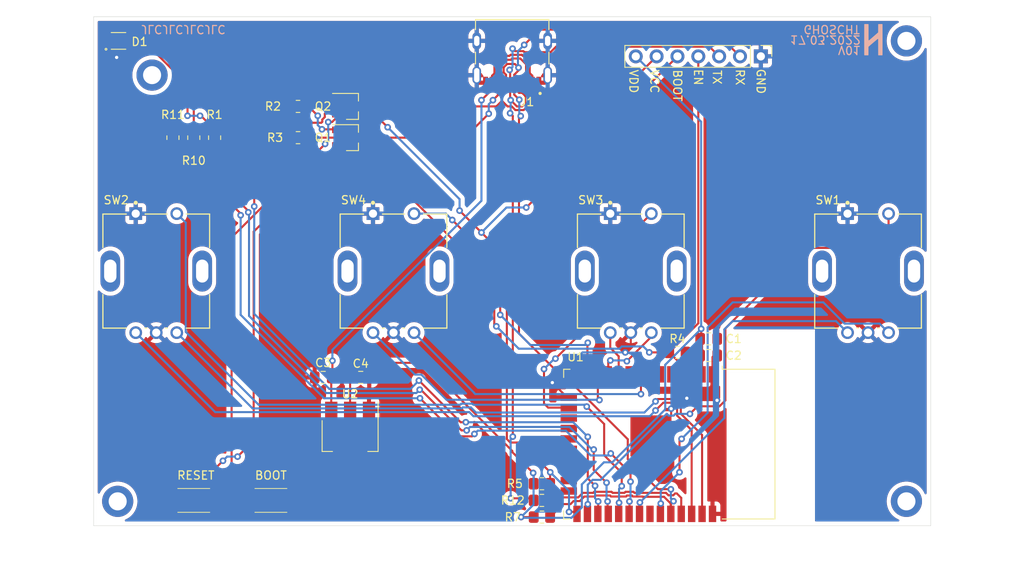
<source format=kicad_pcb>
(kicad_pcb (version 20211014) (generator pcbnew)

  (general
    (thickness 1.6)
  )

  (paper "A4")
  (title_block
    (title "Heliox Console")
    (date "2022-03-17")
    (rev "v01")
    (comment 4 "Author: GHOSCHT")
  )

  (layers
    (0 "F.Cu" signal)
    (31 "B.Cu" signal)
    (32 "B.Adhes" user "B.Adhesive")
    (33 "F.Adhes" user "F.Adhesive")
    (34 "B.Paste" user)
    (35 "F.Paste" user)
    (36 "B.SilkS" user "B.Silkscreen")
    (37 "F.SilkS" user "F.Silkscreen")
    (38 "B.Mask" user)
    (39 "F.Mask" user)
    (40 "Dwgs.User" user "User.Drawings")
    (41 "Cmts.User" user "User.Comments")
    (42 "Eco1.User" user "User.Eco1")
    (43 "Eco2.User" user "User.Eco2")
    (44 "Edge.Cuts" user)
    (45 "Margin" user)
    (46 "B.CrtYd" user "B.Courtyard")
    (47 "F.CrtYd" user "F.Courtyard")
    (48 "B.Fab" user)
    (49 "F.Fab" user)
  )

  (setup
    (pad_to_mask_clearance 0)
    (grid_origin 169.672 108.712)
    (pcbplotparams
      (layerselection 0x00010fc_ffffffff)
      (disableapertmacros false)
      (usegerberextensions true)
      (usegerberattributes true)
      (usegerberadvancedattributes true)
      (creategerberjobfile true)
      (svguseinch false)
      (svgprecision 6)
      (excludeedgelayer true)
      (plotframeref false)
      (viasonmask false)
      (mode 1)
      (useauxorigin false)
      (hpglpennumber 1)
      (hpglpenspeed 20)
      (hpglpendiameter 15.000000)
      (dxfpolygonmode true)
      (dxfimperialunits true)
      (dxfusepcbnewfont true)
      (psnegative false)
      (psa4output false)
      (plotreference true)
      (plotvalue false)
      (plotinvisibletext false)
      (sketchpadsonfab false)
      (subtractmaskfromsilk true)
      (outputformat 1)
      (mirror false)
      (drillshape 0)
      (scaleselection 1)
      (outputdirectory "Gerber/")
    )
  )

  (net 0 "")
  (net 1 "VDD")
  (net 2 "Net-(D1-Pad1)")
  (net 3 "Net-(D1-Pad3)")
  (net 4 "GND")
  (net 5 "VCC")
  (net 6 "RTS")
  (net 7 "DTR")
  (net 8 "Net-(D1-Pad2)")
  (net 9 "EN")
  (net 10 "BOOT")
  (net 11 "Net-(Q1-Pad1)")
  (net 12 "Net-(Q2-Pad1)")
  (net 13 "LEDR")
  (net 14 "LEDG")
  (net 15 "LEDB")
  (net 16 "Net-(R12-Pad2)")
  (net 17 "unconnected-(U1-Pad4)")
  (net 18 "unconnected-(U1-Pad5)")
  (net 19 "unconnected-(U1-Pad6)")
  (net 20 "unconnected-(U1-Pad7)")
  (net 21 "BTN4")
  (net 22 "BTN3")
  (net 23 "BTN2")
  (net 24 "BTN1")
  (net 25 "ENC4B")
  (net 26 "ENC4A")
  (net 27 "ENC3B")
  (net 28 "ENC3A")
  (net 29 "ENC2B")
  (net 30 "ENC2A")
  (net 31 "ENC1B")
  (net 32 "ENC1A")
  (net 33 "TX")
  (net 34 "RX")
  (net 35 "unconnected-(U1-Pad9)")
  (net 36 "unconnected-(U1-Pad14)")
  (net 37 "unconnected-(U1-Pad17)")
  (net 38 "unconnected-(U1-Pad18)")
  (net 39 "unconnected-(U1-Pad19)")
  (net 40 "unconnected-(U1-Pad20)")
  (net 41 "unconnected-(U1-Pad21)")
  (net 42 "unconnected-(U1-Pad22)")
  (net 43 "unconnected-(U1-Pad23)")
  (net 44 "unconnected-(U1-Pad24)")
  (net 45 "unconnected-(U1-Pad32)")

  (footprint "Package_TO_SOT_SMD:SOT-223-3_TabPin2" (layer "F.Cu") (at 126.492 115.824 -90))

  (footprint "MountingHole:MountingHole_2.2mm_M2_DIN965_Pad" (layer "F.Cu") (at 194.272 123.812))

  (footprint "Bourns-PEC11R-4220F-S0012:Bourns-PEC11R-4220F-S0012-MFG" (layer "F.Cu") (at 131.779 95.758))

  (footprint "Resistor_SMD:R_0805_2012Metric_Pad1.20x1.40mm_HandSolder" (layer "F.Cu") (at 120.142 75.692))

  (footprint "Bourns-PEC11R-4220F-S0012:Bourns-PEC11R-4220F-S0012-MFG" (layer "F.Cu") (at 189.597 95.758))

  (footprint "Resistor_SMD:R_0805_2012Metric_Pad1.20x1.40mm_HandSolder" (layer "F.Cu") (at 120.142 79.502 180))

  (footprint "Resistor_SMD:R_0805_2012Metric_Pad1.20x1.40mm_HandSolder" (layer "F.Cu") (at 107.442 79.502 -90))

  (footprint "Connector_PinHeader_2.54mm:PinHeader_1x07_P2.54mm_Vertical" (layer "F.Cu") (at 176.535 69.596 -90))

  (footprint "SKRKAEE020:SKRKAEE020" (layer "F.Cu") (at 107.442 123.698))

  (footprint "SKRKAEE020:SKRKAEE020" (layer "F.Cu") (at 116.84 123.698))

  (footprint "Resistor_SMD:R_0805_2012Metric_Pad1.20x1.40mm_HandSolder" (layer "F.Cu") (at 104.902 79.502 -90))

  (footprint "HRO_TYPE-C-31-M-12:HRO_TYPE-C-31-M-12" (layer "F.Cu") (at 146.24 67.712 180))

  (footprint "Capacitor_SMD:C_0805_2012Metric_Pad1.18x1.45mm_HandSolder" (layer "F.Cu") (at 170.18 104.013))

  (footprint "Resistor_SMD:R_0805_2012Metric_Pad1.20x1.40mm_HandSolder" (layer "F.Cu") (at 166.37 105.664))

  (footprint "Resistor_SMD:R_0805_2012Metric_Pad1.20x1.40mm_HandSolder" (layer "F.Cu") (at 149.86 123.698))

  (footprint "Bourns-PEC11R-4220F-S0012:Bourns-PEC11R-4220F-S0012-MFG" (layer "F.Cu") (at 160.688 95.758))

  (footprint "MountingHole:MountingHole_2.2mm_M2_DIN965_Pad" (layer "F.Cu") (at 102.362 71.882))

  (footprint "Capacitor_SMD:C_0805_2012Metric_Pad1.18x1.45mm_HandSolder" (layer "F.Cu") (at 127.7835 108.712))

  (footprint "Package_TO_SOT_SMD:SOT-23_Handsoldering" (layer "F.Cu") (at 126.746 75.692))

  (footprint "Capacitor_SMD:C_0805_2012Metric_Pad1.18x1.45mm_HandSolder" (layer "F.Cu") (at 170.18 106.045))

  (footprint "Capacitor_SMD:C_0805_2012Metric_Pad1.18x1.45mm_HandSolder" (layer "F.Cu") (at 123.2115 108.712 180))

  (footprint "Resistor_SMD:R_0805_2012Metric_Pad1.20x1.40mm_HandSolder" (layer "F.Cu") (at 149.86 125.73))

  (footprint "MountingHole:MountingHole_2.2mm_M2_DIN965_Pad" (layer "F.Cu") (at 98.172 123.812))

  (footprint "TJ-S1615CY6TGLCCSRGB-A5:TJ-S1615CY6TGLCCSRGB-A5" (layer "F.Cu") (at 98.272 67.712))

  (footprint "RF_Module:ESP32-WROOM-32" (layer "F.Cu") (at 162.39 116.84 -90))

  (footprint "MountingHole:MountingHole_2.2mm_M2_DIN965_Pad" (layer "F.Cu") (at 194.272 67.712))

  (footprint "Package_TO_SOT_SMD:SOT-23_Handsoldering" (layer "F.Cu") (at 126.746 79.502))

  (footprint "Resistor_SMD:R_0805_2012Metric_Pad1.20x1.40mm_HandSolder" (layer "F.Cu") (at 149.86 121.666))

  (footprint "Bourns-PEC11R-4220F-S0012:Bourns-PEC11R-4220F-S0012-MFG" (layer "F.Cu") (at 102.87 95.758))

  (footprint "Resistor_SMD:R_0805_2012Metric_Pad1.20x1.40mm_HandSolder" (layer "F.Cu") (at 109.982 79.502 -90))

  (footprint "logo:logo" (layer "B.Cu") (at 190.246 67.564 180))

  (gr_line (start 197.2425 64.77) (end 197.2425 126.7775) (layer "Edge.Cuts") (width 0.05) (tstamp 00000000-0000-0000-0000-0000611f32bd))
  (gr_line (start 95.2385 64.77) (end 95.2385 126.7775) (layer "Edge.Cuts") (width 0.05) (tstamp 00000000-0000-0000-0000-0000611f32c0))
  (gr_line (start 95.2385 126.7775) (end 197.2425 126.7775) (layer "Edge.Cuts") (width 0.05) (tstamp 00000000-0000-0000-0000-0000611f365d))
  (gr_line (start 197.2425 64.77) (end 95.2385 64.77) (layer "Edge.Cuts") (width 0.05) (tstamp 4e0c64dd-f348-4f5d-bdb3-f38525a89a3b))
  (gr_text "17.03.2022" (at 184.404 67.564 180) (layer "B.SilkS") (tstamp 16d979bc-5b09-45df-acde-0ef73a57785f)
    (effects (font (size 1 1) (thickness 0.15)) (justify mirror))
  )
  (gr_text "V01" (at 187.325 68.834 180) (layer "B.SilkS") (tstamp 35cb68f1-fd20-49e7-8b81-8ffdb417071e)
    (effects (font (size 1 1) (thickness 0.15)) (justify mirror))
  )
  (gr_text "JLCJLCJLCJLC" (at 106.172 66.294 180) (layer "B.SilkS") (tstamp c31eff0b-3742-41f9-9e11-ba2d6accc7fa)
    (effects (font (size 1 1) (thickness 0.15)) (justify mirror))
  )
  (gr_text "GHOSCHT" (at 185.166 66.294 180) (layer "B.SilkS") (tstamp d01ae736-64c8-47b9-817e-57be4d72b8c3)
    (effects (font (size 1 1) (thickness 0.15)) (justify mirror))
  )
  (gr_text "VCC" (at 163.576 72.644 270) (layer "F.SilkS") (tstamp 054e13ee-d6e1-45a0-9d1c-6b5f895c8a72)
    (effects (font (size 1 1) (thickness 0.15)))
  )
  (gr_text "VDD" (at 161.036 72.644 270) (layer "F.SilkS") (tstamp 1b0821b9-4428-4bf8-9e01-2267b616a894)
    (effects (font (size 1 1) (thickness 0.15)))
  )
  (gr_text "RX" (at 173.99 72.136 270) (layer "F.SilkS") (tstamp 792e8545-7be7-46bb-89cc-21c755250470)
    (effects (font (size 1 1) (thickness 0.15)))
  )
  (gr_text "EN" (at 168.91 72.136 270) (layer "F.SilkS") (tstamp 96f7ed8a-3ec1-453e-b6b0-58dfe4c2c425)
    (effects (font (size 1 1) (thickness 0.15)))
  )
  (gr_text "GND" (at 176.53 72.644 270) (layer "F.SilkS") (tstamp a87dd78f-a985-4a5a-a713-a7a8730f3d83)
    (effects (font (size 1 1) (thickness 0.15)))
  )
  (gr_text "RESET" (at 107.696 120.65) (layer "F.SilkS") (tstamp d3beebe0-c3be-42e7-b903-8d54a7dd6e53)
    (effects (font (size 1 1) (thickness 0.15)))
  )
  (gr_text "BOOT" (at 116.84 120.65) (layer "F.SilkS") (tstamp d6308092-a776-4608-a1c9-485b50d511f4)
    (effects (font (size 1 1) (thickness 0.15)))
  )
  (gr_text "TX" (at 171.196 72.136 270) (layer "F.SilkS") (tstamp eb1c5eb1-c501-4daf-85a8-75c35a1a05d0)
    (effects (font (size 1 1) (thickness 0.15)))
  )
  (gr_text "BOOT" (at 166.37 73.152 270) (layer "F.SilkS") (tstamp fa2033cf-222b-42ff-a7bd-9211240843f5)
    (effects (font (size 1 1) (thickness 0.15)))
  )

  (segment (start 126.746 106.934) (end 135.508296 106.934) (width 0.25) (layer "F.Cu") (net 1) (tstamp 088a22a0-83c0-4b51-b4db-dffc23d49def))
  (segment (start 167.37 105.664) (end 168.6345 105.664) (width 0.25) (layer "F.Cu") (net 1) (tstamp 11f1db68-1da3-4f49-bd4d-e56e0ee7e169))
  (segment (start 148.86 120.420598) (end 148.793078 120.353676) (width 0.25) (layer "F.Cu") (net 1) (tstamp 19c5cc95-d261-4542-9740-21da267af372))
  (segment (start 169.265687 104.016813) (end 169.265687 102.792911) (width 0.25) (layer "F.Cu") (net 1) (tstamp 36c0ead4-4ec6-4dad-9feb-b959a74c0c1c))
  (segment (start 126.746 108.712) (end 126.746 106.934) (width 0.25) (layer "F.Cu") (net 1) (tstamp 3b6ee4ba-c161-4705-93eb-68b08ffcd12c))
  (segment (start 126.492 108.966) (end 126.746 108.712) (width 0.25) (layer "F.Cu") (net 1) (tstamp 4039c8b3-623a-49b0-abaa-3a88398be327))
  (segment (start 126.492 112.674) (end 126.492 108.966) (width 0.25) (layer "F.Cu") (net 1) (tstamp 4cda7d21-5e88-4c92-847e-3dfc21c107e8))
  (segment (start 135.508296 106.934) (end 146.244806 117.67051) (width 0.25) (layer "F.Cu") (net 1) (tstamp 529ecebd-169b-4544-903c-a6499339fe26))
  (segment (start 168.6345 105.664) (end 169.1425 106.172) (width 0.25) (layer "F.Cu") (net 1) (tstamp 6a13c3cb-e364-45cf-8810-62d997a983ad))
  (segment (start 146.244806 117.805404) (end 148.793078 120.353676) (width 0.25) (layer "F.Cu") (net 1) (tstamp c5e51ee8-e1b4-447c-b85d-325a15f38e3b))
  (segment (start 146.244806 117.67051) (end 146.244806 117.805404) (width 0.25) (layer "F.Cu") (net 1) (tstamp cbd6ade4-31a8-4198-9a79-0c612d8f7653))
  (segment (start 148.86 125.73) (end 147.32 125.73) (width 0.25) (layer "F.Cu") (net 1) (tstamp d3b48a45-3ad5-4552-aa1a-78ec1421fd02))
  (segment (start 169.375 108.34) (end 169.375 103.8645) (width 0.25) (layer "F.Cu") (net 1) (tstamp f61df1d2-7448-4572-9971-24b34507306e))
  (segment (start 148.86 121.666) (end 148.86 120.420598) (width 0.25) (layer "F.Cu") (net 1) (tstamp f9cf9621-6ab8-4392-93f6-8aeb1900683a))
  (via (at 147.32 125.73) (size 0.8) (drill 0.4) (layers "F.Cu" "B.Cu") (net 1) (tstamp 18f494b8-168c-45f1-a288-0fba6305b7e0))
  (via (at 169.265687 102.792911) (size 0.8) (drill 0.4) (layers "F.Cu" "B.Cu") (net 1) (tstamp 36f8dd72-a816-4045-b4b5-da054e42e5bb))
  (via (at 148.793078 120.353676) (size 0.8) (drill 0.4) (layers "F.Cu" "B.Cu") (net 1) (tstamp 673a52ef-ef9f-4bc2-bcfb-d4c60400d7a2))
  (segment (start 157.412911 119.057489) (end 158.436807 119.057489) (width 0.25) (layer "B.Cu") (net 1) (tstamp 12c5a4d0-df7e-4d25-82a8-79ba41e376a8))
  (segment (start 148.844 120.404598) (end 148.793078 120.353676) (width 0.25) (layer "B.Cu") (net 1) (tstamp 18a78524-acf9-466a-a4dd-c4a9058090d6))
  (segment (start 158.436807 119.057489) (end 164.883499 112.610797) (width 0.25) (layer "B.Cu") (net 1) (tstamp 26071378-6c14-47d1-92dd-01bb85cdba84))
  (segment (start 147.409501 125.819501) (end 153.462099 125.819501) (width 0.25) (layer "B.Cu") (net 1) (tstamp 28bac2cf-db56-4091-806c-252368e37ab7))
  (segment (start 164.883499 107.175099) (end 169.265687 102.792911) (width 0.25) (layer "B.Cu") (net 1) (tstamp 2c2bb020-4bd8-4d3d-9b20-a435388ab538))
  (segment (start 148.844 124.206) (end 148.844 120.404598) (width 0.25) (layer "B.Cu") (net 1) (tstamp 48f33b10-94cf-4e13-a93b-0548744f9fbf))
  (segment (start 164.883499 112.610797) (end 164.883499 107.175099) (width 0.25) (layer "B.Cu") (net 1) (tstamp 4cc5143c-a23f-478e-a531-bd32851988f6))
  (segment (start 169.265687 77.566687) (end 169.265687 102.792911) (width 0.25) (layer "B.Cu") (net 1) (tstamp 67d23f98-51ae-4548-884a-d1c169d4887a))
  (segment (start 154.723499 121.746901) (end 157.412911 119.057489) (width 0.25) (layer "B.Cu") (net 1) (tstamp ad0561dd-f7bc-4cce-a8cd-6a6aa9e93d82))
  (segment (start 161.295 69.596) (end 169.265687 77.566687) (width 0.25) (layer "B.Cu") (net 1) (tstamp ae0bce18-5b89-44eb-ac7e-737b1843facb))
  (segment (start 147.32 125.73) (end 147.409501 125.819501) (width 0.25) (layer "B.Cu") (net 1) (tstamp baca1873-0d18-435a-8994-c73fa197d062))
  (segment (start 147.32 125.73) (end 148.844 124.206) (width 0.25) (layer "B.Cu") (net 1) (tstamp cbd33141-8b51-4dfc-9b28-384b0f68be5d))
  (segment (start 153.462099 125.819501) (end 154.723499 124.558101) (width 0.25) (layer "B.Cu") (net 1) (tstamp e3c04be6-f3c1-453f-bafc-ee027946d0a6))
  (segment (start 154.723499 124.558101) (end 154.723499 121.746901) (width 0.25) (layer "B.Cu") (net 1) (tstamp f73ec37c-d444-46be-8242-807deb46513d))
  (segment (start 97.247 67.187) (end 96.647489 67.786511) (width 0.25) (layer "F.Cu") (net 2) (tstamp 0abcf740-3ffb-4ab1-982c-adad02fe935a))
  (segment (start 96.647489 67.786511) (end 96.647489 70.247489) (width 0.25) (layer "F.Cu") (net 2) (tstamp 3167db10-c163-453b-9418-211b37e6b38a))
  (segment (start 97.397 67.187) (end 97.247 67.187) (width 0.25) (layer "F.Cu") (net 2) (tstamp c7ce8319-ccb6-458d-8308-9f13935572b9))
  (segment (start 96.647489 70.247489) (end 104.902 78.502) (width 0.25) (layer "F.Cu") (net 2) (tstamp e601fb55-888c-48d6-9af1-cd87e9bacb2f))
  (segment (start 106.68 73.054065) (end 106.68 76.835) (width 0.25) (layer "F.Cu") (net 3) (tstamp 1539d17f-9f51-415a-8178-946cfa8f3b6a))
  (segment (start 108.315 76.835) (end 109.982 78.502) (width 0.25) (layer "F.Cu") (net 3) (tstamp 2a1d8883-e18d-402a-84fc-ad8e85d8795c))
  (segment (start 101.862935 68.237) (end 106.68 73.054065) (width 0.25) (layer "F.Cu") (net 3) (tstamp 376196f1-8fce-4770-9457-b487934b9ed4))
  (segment (start 99.147 68.237) (end 101.862935 68.237) (width 0.25) (layer "F.Cu") (net 3) (tstamp f428de52-b08f-45cf-ae6b-295810639f31))
  (segment (start 108.204 76.835) (end 108.315 76.835) (width 0.25) (layer "F.Cu") (net 3) (tstamp f4c43b34-9a5d-4762-a7e6-dea8c56abec4))
  (via (at 106.68 76.835) (size 0.8) (drill 0.4) (layers "F.Cu" "B.Cu") (net 3) (tstamp 40ac937a-42dd-43fb-b13a-a47e14eaf858))
  (via (at 108.204 76.835) (size 0.8) (drill 0.4) (layers "F.Cu" "B.Cu") (net 3) (tstamp 462f3a13-0050-4845-84df-8be913b4f9b0))
  (segment (start 106.68 76.835) (end 108.204 76.835) (width 0.25) (layer "B.Cu") (net 3) (tstamp c758efbf-7c0f-459a-96c8-1a06bf5265af))
  (segment (start 170.645 109.59) (end 170.645 108.34) (width 0.25) (layer "F.Cu") (net 4) (tstamp 1d41185e-00bf-49cf-b73d-9dd22f2fa181))
  (segment (start 170.645 110.955) (end 171.196 111.506) (width 0.25) (layer "F.Cu") (net 4) (tstamp 3fabc56d-5368-4769-af0d-b070b18b2bc0))
  (segment (start 97.397 68.237) (end 97.397 69.076) (width 0.25) (layer "F.Cu") (net 4) (tstamp 4ab0c4e1-5809-43ab-9183-5ee1cd9bbe85))
  (segment (start 170.645 108.34) (end 170.645 110.955) (width 0.25) (layer "F.Cu") (net 4) (tstamp 5d376d86-8c3c-4fca-9025-9bbc8031d447))
  (segment (start 160.688 104.996) (end 160.688 103.258) (width 0.25) (layer "F.Cu") (net 4) (tstamp 688a8d01-96b6-4fd1-8b70-c7081fc0c2c8))
  (segment (start 160.02 105.664) (end 160.688 104.996) (width 0.25) (layer "F.Cu") (net 4) (tstamp 69e37028-10fb-44ac-b45f-a1dd6ea5709f))
  (segment (start 128.792 112.674) (end 128.792 108.741) (width 0.25) (layer "F.Cu") (net 4) (tstamp 70b95cb7-ef7c-4b9c-b3f9-804760251320))
  (segment (start 128.792 108.741) (end 128.821 108.712) (width 0.25) (layer "F.Cu") (net 4) (tstamp 74d4ed13-1f16-4039-8f5f-23cc99dfbffe))
  (segment (start 167.513 111.252) (end 168.983 111.252) (width 0.25) (layer "F.Cu") (net 4) (tstamp 9459d2d2-d254-4b9a-a4ec-f8308da3f955))
  (segment (start 97.397 69.076) (end 98.044 69.723) (width 0.25) (layer "F.Cu") (net 4) (tstamp a3545a7f-122c-4006-bea4-6da57bddad82))
  (segment (start 171.2175 105.664) (end 171.2175 103.632) (width 0.25) (layer "F.Cu") (net 4) (tstamp aad88616-d05d-4372-a336-311c43e4cd9b))
  (segment (start 165.608 113.377) (end 165.608 112.522) (width 0.25) (layer "F.Cu") (net 4) (tstamp b38f749f-79ab-4cfe-bdaa-f04102426519))
  (segment (start 168.983 111.252) (end 170.645 109.59) (width 0.25) (layer "F.Cu") (net 4) (tstamp b79c6e1c-079c-44aa-ac77-3b7b1658c08e))
  (segment (start 152.908 111.125) (end 151.13 109.347) (width 0.25) (layer "F.Cu") (net 4) (tstamp bc7334a1-8ced-4648-8433-7c3323416bed))
  (segment (start 170.645 108.34) (end 170.645 106.2365) (width 0.25) (layer "F.Cu") (net 4) (tstamp bd2b30b5-614c-410f-bb7c-690817b4a07b))
  (segment (start 153.135 111.125) (end 152.908 111.125) (width 0.25) (layer "F.Cu") (net 4) (tstamp c990f27c-044a-4af5-9ff6-a78efd4d87c8))
  (segment (start 163.145 115.84) (end 165.608 113.377) (width 0.25) (layer "F.Cu") (net 4) (tstamp ce276b62-5ead-4488-a111-a7035216a314))
  (segment (start 170.645 106.2365) (end 171.2175 105.664) (width 0.25) (layer "F.Cu") (net 4) (tstamp d6bb2edc-88a7-4cb8-9bb1-718f1625039b))
  (via (at 165.608 112.522) (size 0.8) (drill 0.4) (layers "F.Cu" "B.Cu") (net 4) (tstamp 6ffe0123-4272-4b17-8f04-027b580bf6c4))
  (via (at 151.13 109.347) (size 0.8) (drill 0.4) (layers "F.Cu" "B.Cu") (net 4) (tstamp 7cca83ff-e73d-4558-9774-41ba4f4a6f5b))
  (via (at 167.513 111.252) (size 0.8) (drill 0.4) (layers "F.Cu" "B.Cu") (net 4) (tstamp 82cd8e01-f235-4947-a9d4-594966b5ddd3))
  (via (at 171.196 111.506) (size 0.8) (drill 0.4) (layers "F.Cu" "B.Cu") (net 4) (tstamp 933a93b2-f702-4f6e-b941-50a831c45a41))
  (via (at 98.044 69.723) (size 0.8) (drill 0.4) (layers "F.Cu" "B.Cu") (net 4) (tstamp cc129bbc-b653-4b94-8044-040d3369ddac))
  (via (at 160.02 105.664) (size 0.8) (drill 0.4) (layers "F.Cu" "B.Cu") (net 4) (tstamp d615a2d4-3155-48a9-85c4-76bf282a34a3))
  (segment (start 165.608 112.522) (end 166.243 112.522) (width 0.25) (layer "B.Cu") (net 4) (tstamp 3cf5bdc1-b600-47a3-a53f-cdb935058bb9))
  (segment (start 151.13 109.347) (end 154.813 105.664) (width 0.25) (layer "B.Cu") (net 4) (tstamp 72a27367-0830-4da6-bb4f-a7df177cc4fe))
  (segment (start 154.813 105.664) (end 160.02 105.664) (width 0.25) (layer "B.Cu") (net 4) (tstamp 9ec3eb52-92e6-4df9-99df-b3bc71830dd4))
  (segment (start 166.243 112.522) (end 167.513 111.252) (width 0.25) (layer "B.Cu") (net 4) (tstamp ca41a3b4-ce4c-45dc-b498-297651b3d618))
  (segment (start 148.336 70.329949) (end 148.37617 70.37012) (width 0.25) (layer "F.Cu") (net 5) (tstamp 0d9583e2-8002-41fc-950b-6bf9d134d082))
  (segment (start 147.425134 69.419083) (end 147.42514 69.419089) (width 0.25) (layer "F.Cu") (net 5) (tstamp 117510a7-1208-4c38-8b63-a088b5c49ef8))
  (segment (start 145.915436 69.536031) (end 146.042013 69.409456) (width 0.25) (layer "F.Cu") (net 5) (tstamp 19d2dd27-da32-43bd-a30e-872d68673f36))
  (segment (start 124.333 106.68) (end 124.333 108.628) (width 0.25) (layer "F.Cu") (net 5) (tstamp 25879aeb-b3ee-4606-b745-e746f4f8ecea))
  (segment (start 147.396616 69.419083) (end 147.425134 69.419083) (width 0.25) (layer "F.Cu") (net 5) (tstamp 2d2e7c2d-b5bf-4a0f-a1e9-0a5ce5ba3d4b))
  (segment (start 143.79 71.946629) (end 144.074521 71.662108) (width 0.25) (layer "F.Cu") (net 5) (tstamp 37580463-9a1e-4f46-af70-5eca27db708a))
  (segment (start 147.386991 69.409458) (end 147.396616 69.419083) (width 0.25) (layer "F.Cu") (net 5) (tstamp 4bb5c641-5756-4db3-9afd-0ed93e441755))
  (segment (start 124.333 108.628) (end 124.249 108.712) (width 0.25) (layer "F.Cu") (net 5) (tstamp 536f2431-911f-4923-8cf7-d1071fdb43fa))
  (segment (start 148.149031 69.536031) (end 148.336 69.723) (width 0.25) (layer "F.Cu") (net 5) (tstamp 59c264b3-578a-4b11-ba61-e77bbb9f7f1c))
  (segment (start 144.331969 69.536031) (end 145.915436 69.536031) (width 0.25) (layer "F.Cu") (net 5) (tstamp 5a9d4312-68af-460d-8a53-263ccd1c0f5d))
  (segment (start 148.376169 71.632798) (end 148.69 71.946629) (width 0.25) (layer "F.Cu") (net 5) (tstamp 6025f522-866d-4c52-85c4-ce7cd66d542a))
  (segment (start 143.79 73.634) (end 142.494 74.93) (width 0.25) (layer "F.Cu") (net 5) (tstamp 671af102-bf2d-45d8-9160-0cc1aa54ad77))
  (segment (start 147.42514 69.419089) (end 147.425149 69.419089) (width 0.25) (layer "F.Cu") (net 5) (tstamp 6d31dafe-3b69-4aa2-9692-ee405fc957d0))
  (segment (start 148.764511 73.856511) (end 148.69 73.782) (width 0.25) (layer "F.Cu") (net 5) (tstamp 703ffce5-42be-4743-b507-cad291f69103))
  (segment (start 124.192 108.769) (end 124.249 108.712) (width 0.25) (layer "F.Cu") (net 5) (tstamp 773f0651-7335-4b51-8541-72b2052881b7))
  (segment (start 148.69 73.782) (end 148.69 72.807) (width 0.25) (layer "F.Cu") (net 5) (tstamp 782f3c1d-303e-4a4a-9239-f1fb094dcf90))
  (segment (start 147.542083 69.536031) (end 148.149031 69.536031) (width 0.25) (layer "F.Cu") (net 5) (tstamp 79d3cd95-9442-4035-98ca-8297cfd4e288))
  (segment (start 148.69 71.946629) (end 148.69 72.807) (width 0.25) (layer "F.Cu") (net 5) (tstamp 7d0b73c4-ecc7-4362-9ae1-df1ea1d895ac))
  (segment (start 163.835 69.596) (end 159.574489 73.856511) (width 0.25) (layer "F.Cu") (net 5) (tstamp 7e13f7b6-30b9-4395-96ac-aee68d7ab483))
  (segment (start 148.336 69.723) (end 148.336 70.329949) (width 0.25) (layer "F.Cu") (net 5) (tstamp 8057fed7-90e7-449a-b8b3-6022758ff0bf))
  (segment (start 124.192 112.674) (end 124.192 108.769) (width 0.25) (layer "F.Cu") (net 5) (tstamp 832704f3-7f3c-4099-bf62-a6fd1e5d7fff))
  (segment (start 143.79 72.807) (end 143.79 71.946629) (width 0.25) (layer "F.Cu") (net 5) (tstamp 8aceee4b-0ba2-4ec4-830f-91a73124395a))
  (segment (start 143.79 72.807) (end 143.79 73.634) (width 0.25) (layer "F.Cu") (net 5) (tstamp 8ceaf500-4f39-4dce-8a8e-56e2511f9db3))
  (segment (start 159.574489 73.856511) (end 148.764511 73.856511) (width 0.25) (layer "F.Cu") (net 5) (tstamp a8dd0adc-f647-4e46-a325-13a6f4e6bbd6))
  (segment (start 144.074521 69.793479) (end 144.331969 69.536031) (width 0.25) (layer "F.Cu") (net 5) (tstamp bbeaf350-c646-42c8-b74d-a3880b88e573))
  (segment (start 144.074521 71.662108) (end 144.074521 69.793479) (width 0.25) (layer "F.Cu") (net 5) (tstamp bd4dc11b-d360-4ce3-a724-e06364c0a5b7))
  (segment (start 146.042013 69.409456) (end 147.386991 69.409458) (width 0.25) (layer "F.Cu") (net 5) (tstamp c36ddf91-0003-408c-b3fe-7d0924d99fcd))
  (segment (start 148.37617 70.37012) (end 148.376169 71.632798) (width 0.25) (layer "F.Cu") (net 5) (tstamp d03332e2-ea0d-4310-8c0a-aaa579a15f88))
  (segment (start 147.425149 69.419089) (end 147.542083 69.536031) (width 0.25) (layer "F.Cu") (net 5) (tstamp fc02a893-835c-4827-83e2-8cb7a1d42bda))
  (via (at 142.494 74.93) (size 0.8) (drill 0.4) (layers "F.Cu" "B.Cu") (net 5) (tstamp 702434ec-51f9-4735-b452-0ab101ef60a3))
  (via (at 124.333 106.68) (size 0.8) (drill 0.4) (layers "F.Cu" "B.Cu") (net 5) (tstamp 714d2dc4-8a07-4768-bc1d-69b407a5abf4))
  (segment (start 142.494 87.187004) (end 124.333 105.348004) (width 0.25) (layer "B.Cu") (net 5) (tstamp 0396b644-f490-42d7-b7f1-1990d2a07aa1))
  (segment (start 142.494 74.93) (end 142.494 87.187004) (width 0.25) (layer "B.Cu") (net 5) (tstamp 7fcb07a8-8190-4e2f-b42b-30c14ae474fb))
  (segment (start 124.333 105.348004) (end 124.333 106.68) (width 0.25) (layer "B.Cu") (net 5) (tstamp f5d661b4-4623-43e9-9824-e35d80d65125))
  (segment (start 147.210421 69.868592) (end 147.23894 69.868593) (width 0.25) (layer "F.Cu") (net 6) (tstamp 26f9f2b0-f2a4-403e-96f2-aed325c33b21))
  (segment (start 146.228204 69.858967) (end 147.200797 69.858968) (width 0.25) (layer "F.Cu") (net 6) (tstamp 301473da-c340-4903-bd12-1ad508913411))
  (segment (start 144.524031 70.859369) (end 145.368901 70.014499) (width 0.25) (layer "F.Cu") (net 6) (tstamp 397d2071-a7d4-4dce-8935-bb81a0d79fab))
  (segment (start 144.49 72.807) (end 144.49 71.882333) (width 0.25) (layer "F.Cu") (net 6) (tstamp 3ed8419e-517a-4958-9d08-20faa1686284))
  (segment (start 147.926658 70.928699) (end 147.926658 71.528897) (width 0.25) (layer "F.Cu") (net 6) (tstamp 4749f1e8-edae-42f7-9560-6aecbb5e835d))
  (segment (start 144.49 71.882333) (end 144.524032 71.848301) (width 0.25) (layer "F.Cu") (net 6) (tstamp 54050eda-5d5e-40db-a34a-5216b42d9b10))
  (segment (start 147.926658 71.528897) (end 147.49 71.965555) (width 0.25) (layer "F.Cu") (net 6) (tstamp 5b103580-8283-4bca-8288-1f066b964aec))
  (segment (start 147.926659 70.556312) (end 147.926658 70.928699) (width 0.25) (layer "F.Cu") (net 6) (tstamp 5caea59d-4006-44ef-9850-1511c5941c00))
  (segment (start 146.072672 70.014499) (end 146.228204 69.858967) (width 0.25) (layer "F.Cu") (net 6) (tstamp 656d8d2c-3761-4de3-b7d3-c8f7e2a09273))
  (segment (start 143.891 74.93) (end 144.49 74.331) (width 0.25) (layer "F.Cu") (net 6) (tstamp 676b52ea-c195-43a7-8a6f-6a63eb0434b3))
  (segment (start 145.368901 70.014499) (end 146.072672 70.014499) (width 0.25) (layer "F.Cu") (net 6) (tstamp 68be168d-f359-464d-99e9-74f6dcba3d26))
  (segment (start 140.462 79.502) (end 143.383 76.581) (width 0.25) (layer "F.Cu") (net 6) (tstamp 874dd9ac-6139-4cb5-81f8-e09b9f53e954))
  (segment (start 144.49 74.331) (end 144.49 72.807) (width 0.25) (layer "F.Cu") (net 6) (tstamp 9b46ff27-a2ac-4c8e-a4df-33459b46ed11))
  (segment (start 121.142 79.502) (end 128.246 79.502) (width 0.25) (layer "F.Cu") (net 6) (tstamp a907fd8c-ce56-41a7-8c16-efc74adbc1bc))
  (segment (start 128.246 79.502) (end 140.462 79.502) (width 0.25) (layer "F.Cu") (net 6) (tstamp b01a61a4-5c75-4ef2-8038-08ff15335a71))
  (segment (start 147.23894 69.868593) (end 147.926659 70.556312) (width 0.25) (layer "F.Cu") (net 6) (tstamp c85bd4b2-2580-4210-b5bb-56940df6e3ea))
  (segment (start 147.200797 69.858968) (end 147.210421 69.868592) (width 0.25) (layer "F.Cu") (net 6) (tstamp cc95fe4e-01a7-4822-b596-b663cefcaf88))
  (segment (start 144.524032 71.848301) (end 144.524031 70.859369) (width 0.25) (layer "F.Cu") (net 6) (tstamp eea74865-bbd1-4287-8764-8879309645d2))
  (segment (start 147.49 71.965555) (end 147.49 72.807) (width 0.25) (layer "F.Cu") (net 6) (tstamp f7d111f5-56e0-40df-8739-da5395ac6efd))
  (via (at 143.891 74.93) (size 0.8) (drill 0.4) (layers "F.Cu" "B.Cu") (net 6) (tstamp 0b9164b3-fe59-4e29-9217-48f5d1687a09))
  (via (at 143.383 76.581) (size 0.8) (drill 0.4) (layers "F.Cu" "B.Cu") (net 6) (tstamp dec82576-74e1-4d1b-8645-a6f0fda04261))
  (segment (start 143.383 76.581) (end 143.383 75.438) (width 0.25) (layer "B.Cu") (net 6) (tstamp 5ceeec7b-80d7-4a83-8507-816e0333014e))
  (segment (start 143.383 75.438) (end 143.891 74.93) (width 0.25) (layer "B.Cu") (net 6) (tstamp 955bd763-b36e-4ab3-8ed2-391a94698d3b))
  (segment (start 148.277511 74.235807) (end 147.99 73.948296) (width 0.25) (layer "F.Cu") (net 7) (tstamp 05b1c543-8b02-429b-a06d-0269364e50aa))
  (segment (start 147.99 73.948296) (end 147.99 72.807) (width 0.25) (layer "F.Cu") (net 7) (tstamp 073ee14b-6b48-4e6b-aa13-82ee4b348dbf))
  (segment (start 146.176296 75.692) (end 146.625807 76.141511) (width 0.25) (layer "F.Cu") (net 7) (tstamp 0e74a72d-ee18-4fa9-849b-a6c5c8f16e49))
  (segment (start 119.142 75.692) (end 120.816511 74.017489) (width 0.25) (layer "F.Cu") (net 7) (tstamp 143ed33d-9e8e-4645-88ee-6b155c9f4b4a))
  (segment (start 144.311 75.692) (end 144.99 75.013) (width 0.25) (layer "F.Cu") (net 7) (tstamp 1722ac7d-d54b-4103-a50c-a8f9f658ce92))
  (segment (start 144.99 72.807) (end 144.99 75.013) (width 0.25) (layer "F.Cu") (net 7) (tstamp 22bac768-9dea-4488-97b4-94a38da1de80))
  (segment (start 120.816511 74.017489) (end 126.571489 74.017489) (width 0.25) (layer "F.Cu") (net 7) (tstamp 26422f7f-0a6e-41a9-8d17-5f91fcaeb141))
  (segment (start 146.625807 76.141511) (end 147.633194 76.14151) (width 0.25) (layer "F.Cu") (net 7) (tstamp 6ccff5ce-d6ae-4043-81e6-1bda0c676ebf))
  (segment (start 128.246 75.692) (end 144.311 75.692) (width 0.25) (layer "F.Cu") (net 7) (tstamp 76ca2d8a-3b9c-40e5-ad1d-14e0a50d4470))
  (segment (start 145.669 75.692) (end 146.176296 75.692) (width 0.25) (layer "F.Cu") (net 7) (tstamp 872218f0-29dd-4f18-a23d-1a4aeb7f8f9e))
  (segment (start 126.571489 74.017489) (end 128.246 75.692) (width 0.25) (layer "F.Cu") (net 7) (tstamp aedb664c-46aa-4cb3-9e11-10f6e437d14a))
  (segment (start 148.277511 75.497193) (end 148.277511 74.235807) (width 0.25) (layer "F.Cu") (net 7) (tstamp c60f172a-08ee-46e1-ab7c-d85b2668f6c2))
  (segment (start 144.99 75.013) (end 145.669 75.692) (width 0.25) (layer "F.Cu") (net 7) (tstamp d0f212af-eaf6-4fc0-bd36-69d655b0aef5))
  (segment (start 147.633194 76.14151) (end 148.277511 75.497193) (width 0.25) (layer "F.Cu") (net 7) (tstamp ed47132e-1aa9-4359-b66d-7502e7e078dd))
  (segment (start 101.448639 67.187) (end 107.442 73.180361) (width 0.25) (layer "F.Cu") (net 8) (tstamp 30224f6e-2d91-40e3-b299-b88771ca2366))
  (segment (start 107.442 73.180361) (end 107.442 78.502) (width 0.25) (layer "F.Cu") (net 8) (tstamp cab0095c-a329-4b90-975f-6fe345320c85))
  (segment (start 99.147 67.187) (end 101.448639 67.187) (width 0.25) (layer "F.Cu") (net 8) (tstamp e20b88d7-b22c-40c5-bfee-bb5052d62dcd))
  (segment (start 110.998 118.872) (end 106.172 123.698) (width 0.25) (layer "F.Cu") (net 9) (tstamp 35c1d841-280c-419e-a8bc-24c24651498e))
  (segment (start 168.105 107.09) (end 168.105 108.34) (width 0.25) (layer "F.Cu") (net 9) (tstamp 40be6e20-3bbe-4193-aa41-6e53bc3fd9c1))
  (segment (start 168.915 102.119) (end 165.37 105.664) (width 0.25) (layer "F.Cu") (net 9) (tstamp 43771369-3a0f-4a77-95be-41c74c61629c))
  (segment (start 127.527944 80.452) (end 144.055499 96.979555) (width 0.25) (layer "F.Cu") (net 9) (tstamp 48bb37bc-56c9-4bd9-906b-077417e2f6eb))
  (segment (start 114.74 116.4) (end 112.776 118.364) (width 0.25) (layer "F.Cu") (net 9) (tstamp 550b26c9-1cee-47c6-81a9-45e6d70bb39c))
  (segment (start 114.74 90.958) (end 114.74 116.4) (width 0.25) (layer "F.Cu") (net 9) (tstamp 699b6899-9e6e-464b-a25f-778a1f50f9ad))
  (segment (start 166.39452 106.68852) (end 167.70352 106.68852) (width 0.25) (layer "F.Cu") (net 9) (tstamp 7ba00045-85a5-49e8-a168-105bacded06f))
  (segment (start 144.055499 102.234999) (end 144.3095 102.489) (width 0.25) (layer "F.Cu") (net 9) (tstamp 93dfb4c1-178e-4371-82d2-a55b7a918ced))
  (segment (start 167.70352 106.68852) (end 168.105 107.09) (width 0.25) (layer "F.Cu") (net 9) (tstamp 99cc5bd8-4116-4466-92bf-8c0b96a43d88))
  (segment (start 162.941 105.664) (end 165.37 105.664) (width 0.25) (layer "F.Cu") (net 9) (tstamp a1643ffb-e1c7-4666-beac-92544dcd87df))
  (segment (start 144.055499 96.979555) (end 144.055499 102.234999) (width 0.25) (layer "F.Cu") (net 9) (tstamp aa4f0ba9-439d-47aa-8cd9-8036a0fca7c9))
  (segment (start 168.915 69.596) (end 168.915 102.119) (width 0.25) (layer "F.Cu") (net 9) (tstamp b5c2673a-56b0-4878-8b3d-7c7315da3ae2))
  (segment (start 125.246 80.452) (end 127.527944 80.452) (width 0.25) (layer "F.Cu") (net 9) (tstamp b87748fd-a744-4823-8925-d05e8bc9b6d3))
  (segment (start 106.172 123.698) (end 105.342 123.698) (width 0.25) (layer "F.Cu") (net 9) (tstamp e306e2f9-745c-4d74-a723-8a072f0bf2fe))
  (segment (start 165.37 105.664) (end 166.39452 106.68852) (width 0.25) (layer "F.Cu") (net 9) (tstamp e5b3f06f-0ea6-4171-a883-438d1984ea04))
  (segment (start 125.246 80.452) (end 114.74 90.958) (width 0.25) (layer "F.Cu") (net 9) (tstamp f708d326-b2e8-4907-a15e-1483c83ae139))
  (via (at 110.998 118.872) (size 0.8) (drill 0.4) (layers "F.Cu" "B.Cu") (net 9) (tstamp c6356e5b-577c-42c6-9bd3-f00136afbe3c))
  (via (at 144.3095 102.489) (size 0.8) (drill 0.4) (layers "F.Cu" "B.Cu") (net 9) (tstamp c79e664f-5047-4a5e-b89a-62f46637a33d))
  (via (at 162.941 105.664) (size 0.8) (drill 0.4) (layers "F.Cu" "B.Cu") (net 9) (tstamp ca69a730-f984-468f-9e41-48e3d9ac8adc))
  (via (at 112.776 118.364) (size 0.8) (drill 0.4) (layers "F.Cu" "B.Cu") (net 9) (tstamp caf6f403-aad6-470e-888d-255682df153c))
  (segment (start 162.216499 104.939499) (end 159.592901 104.939499) (width 0.25) (layer "B.Cu") (net 9) (tstamp 03754deb-09ec-4fc0-8a35-53d1cd2dc260))
  (segment (start 112.776 118.364) (end 111.506 118.364) (width 0.25) (layer "B.Cu") (net 9) (tstamp 6eaac6ed-ba0a-46cb-a452-f101e690df96))
  (segment (start 162.941 105.664) (end 162.216499 104.939499) (width 0.25) (layer "B.Cu") (net 9) (tstamp 7b2b9810-94bd-4f16-b113-f3de12f51a14))
  (segment (start 159.592901 104.939499) (end 159.31791 105.21449) (width 0.25) (layer "B.Cu") (net 9) (tstamp 8720189a-ba44-493f-8a68-874cad595cc7))
  (segment (start 111.506 118.364) (end 110.998 118.872) (width 0.25) (layer "B.Cu") (net 9) (tstamp 9f4824f9-0dba-48f0-8b42-3d3ea405c2ae))
  (segment (start 159.31791 105.21449) (end 147.03499 105.21449) (width 0.25) (layer "B.Cu") (net 9) (tstamp aa26e442-c86b-4ceb-80aa-75f6b1bd05c9))
  (segment (start 147.03499 105.21449) (end 144.3095 102.489) (width 0.25) (layer "B.Cu") (net 9) (tstamp e994e8d3-4fd0-45c9-a069-183f214d0d00))
  (segment (start 146.012122 116.648022) (end 147.255022 116.648022) (width 0.25) (layer "F.Cu") (net 10) (tstamp 10c4ff6a-da19-418e-bb70-84886c297f4b))
  (segment (start 145.58772 94.15272) (end 145.58772 116.22362) (width 0.25) (layer "F.Cu") (net 10) (tstamp 18cd8069-006d-4344-9db6-059dfea644ab))
  (segment (start 142.494 91.059) (end 145.58772 94.15272) (width 0.25) (layer "F.Cu") (net 10) (tstamp 1c42ed20-931e-48cf-a397-f52e9a1d8de9))
  (segment (start 153.162 125.095) (end 153.89 125.095) (width 0.25) (layer "F.Cu") (net 10) (tstamp 1cbd2581-876b-41ac-afe7-787b1c053faa))
  (segment (start 125.246 76.642) (end 129.474 76.642) (width 0.25) (layer "F.Cu") (net 10) (tstamp 1e815f70-a39c-40f6-8c01-75628ccb2ee6))
  (segment (start 129.474 76.642) (end 131.064 78.232) (width 0.25) (layer "F.Cu") (net 10) (tstamp 21fd534d-c461-4b45-81b0-fd06d8284fab))
  (segment (start 112.051499 91.665101) (end 112.051499 121.009499) (width 0.25) (layer "F.Cu") (net 10) (tstamp 2620923d-7d78-4536-a161-436b4c06a726))
  (segment (start 124.291 77.597) (end 125.246 76.642) (width 0.25) (layer "F.Cu") (net 10) (tstamp 4892fc57-3d67-4bd0-97ca-d0abda4e9acb))
  (segment (start 123.825 77.597) (end 124.291 77.597) (width 0.25) (layer "F.Cu") (net 10) (tstamp 4ff3353c-603b-407a-878b-c2a3c7b07414))
  (segment (start 147.255022 116.648022) (end 150.876 120.269) (width 0.25) (layer "F.Cu") (net 10) (tstamp 519b7705-18d3-4980-9365-bce398f88434))
  (segment (start 123.444 80.264) (end 123.444 80.2726) (width 0.25) (layer "F.Cu") (net 10) (tstamp 5c1f7006-ea07-4030-a81b-49949acac72b))
  (segment (start 139.827 88.392) (end 142.494 91.059) (width 0.25) (layer "F.Cu") (net 10) (tstamp 6891ccdd-be7c-407f-a455-8c98eb62e127))
  (segment (start 153.89 125.095) (end 154.135 125.34) (width 0.25) (layer "F.Cu") (net 10) (tstamp 83e0c9b5-283b-4771-9158-a56e6195e6fd))
  (segment (start 145.58772 116.22362) (end 146.012122 116.648022) (width 0.25) (layer "F.Cu") (net 10) (tstamp 84d4e849-82d4-423b-95b7-9c7e89c3c290))
  (segment (start 166.375 69.596) (end 147.96 88.011) (width 0.25) (layer "F.Cu") (net 10) (tstamp 8c31029c-2e61-4861-ae19-d989512db91a))
  (segment (start 112.051499 121.009499) (end 114.74 123.698) (width 0.25) (layer "F.Cu") (net 10) (tstamp 983d644f-93f6-4c81-b3b3-dda4967ed234))
  (segment (start 123.444 80.2726) (end 112.051499 91.665101) (width 0.25) (layer "F.Cu") (net 10) (tstamp a5fb579b-d688-46df-ade8-9468c1d32967))
  (segment (start 150.86 121.666) (end 150.86 120.285) (width 0.25) (layer "F.Cu") (net 10) (tstamp d312b717-d00c-44a3-8703-8155d0a4ef8f))
  (segment (start 150.86 120.285) (end 150.876 120.269) (width 0.25) (layer "F.Cu") (net 10) (tstamp ebc484be-6648-4e9c-9054-bab0efba298a))
  (segment (start 147.96 88.011) (end 147.955 88.011) (width 0.25) (layer "F.Cu") (net 10) (tstamp f0794f2a-67ef-4306-b9d1-317a7a80d638))
  (via (at 153.162 125.095) (size 0.8) (drill 0.4) (layers "F.Cu" "B.Cu") (net 10) (tstamp 0d63d533-c102-4e18-8909-344e60a9aaaf))
  (via (at 142.494 91.059) (size 0.8) (drill 0.4) (layers "F.Cu" "B.Cu") (net 10) (tstamp 3b69364a-d88b-4bd9-8f9f-078b7174fc89))
  (via (at 131.064 78.232) (size 0.8) (drill 0.4) (layers "F.Cu" "B.Cu") (net 10) (tstamp 6b3100e1-6a1b-42d7-b33c-a600265924b2))
  (via (at 147.955 88.011) (size 0.8) (drill 0.4) (layers "F.Cu" "B.Cu") (net 10) (tstamp 9b148aab-ab55-456a-ab43-d18d85be9d94))
  (via (at 123.825 77.597) (size 0.8) (drill 0.4) (layers "F.Cu" "B.Cu") (net 10) (tstamp acfd454d-0fc1-4c5f-80b5-64a458e16b10))
  (via (at 123.444 80.264) (size 0.8) (drill 0.4) (layers "F.Cu" "B.Cu") (net 10) (tstamp bc109b48-31e7-4a3c-9a2f-226699d2504c))
  (via (at 150.876 120.269) (size 0.8) (drill 0.4) (layers "F.Cu" "B.Cu") (net 10) (tstamp cc020729-a9cd-41e4-893f-cd964201f752))
  (via (at 139.827 88.392) (size 0.8) (drill 0.4) (layers "F.Cu" "B.Cu") (net 10) (tstamp e0eb39bf-6d55-4c09-9c47-07a6203ecc48))
  (segment (start 123.825 79.883) (end 123.825 77.597) (width 0.25) (layer "B.Cu") (net 10) (tstamp 26794d21-9eba-4826-99a2-d9b5fb5fb572))
  (segment (start 147.955 88.011) (end 145.542 88.011) (width 0.25) (layer "B.Cu") (net 10) (tstamp 4edde2a9-5d1f-4123-998a-ed2834479d46))
  (segment (start 145.542 88.011) (end 142.494 91.059) (width 0.25) (layer "B.Cu") (net 10) (tstamp 554893ad-99ea-45be-8076-1b0073e86ec5))
  (segment (start 139.827 86.995) (end 139.827 88.392) (width 0.25) (layer "B.Cu") (net 10) (tstamp 84d8c3ee-7a18-4f72-8aae-0955f59f15c3))
  (segment (start 153.162 122.555) (end 153.162 125.095) (width 0.25) (layer "B.Cu") (net 10) (tstamp 93e4b797-c9d7-430b-aafe-bbcbd4dd5063))
  (segment (start 131.064 78.232) (end 139.827 86.995) (width 0.25) (layer "B.Cu") (net 10) (tstamp a0803f38-3477-4c90-bff8-757a81d582ce))
  (segment (start 150.876 120.269) (end 153.162 122.555) (width 0.25) (layer "B.Cu") (net 10) (tstamp b8f80b44-aab6-408d-b30e-51287e84257c))
  (segment (start 123.444 80.264) (end 123.825 79.883) (width 0.25) (layer "B.Cu") (net 10) (tstamp d5e41878-e68f-402c-a598-08a7146c51e0))
  (segment (start 123.063 78.486) (end 125.18 78.486) (width 0.25) (layer "F.Cu") (net 11) (tstamp 4806cc11-ef46-48bf-bd93-3c16f4093516))
  (segment (start 125.18 78.486) (end 125.246 78.552) (width 0.25) (layer "F.Cu") (net 11) (tstamp 4b037718-4927-495e-ba46-e2da56174a43))
  (segment (start 121.142 75.692) (end 121.410864 75.692) (width 0.25) (layer "F.Cu") (net 11) (tstamp bd060bec-4a2d-44cc-97a8-b133b5a4b5d7))
  (segment (start 121.410864 75.692) (end 122.547587 76.828723) (width 0.25) (layer "F.Cu") (net 11) (tstamp d301d753-9ec2-4aba-9bcb-2a5d2077aece))
  (via (at 122.547587 76.828723) (size 0.8) (drill 0.4) (layers "F.Cu" "B.Cu") (net 11) (tstamp 5eaa3418-aec3-4c0f-a07e-f907e7d3ed2a))
  (via (at 123.063 78.486) (size 0.8) (drill 0.4) (layers "F.Cu" "B.Cu") (net 11) (tstamp 96d1f4ff-84d1-4658-8eca-f1ae05c9e6fb))
  (segment (start 122.547587 77.970587) (end 122.547587 76.828723) (width 0.25) (layer "B.Cu") (net 11) (tstamp b73adebe-7a29-445c-8604-811dc8567164))
  (segment (start 123.063 78.486) (end 122.547587 77.970587) (width 0.25) (layer "B.Cu") (net 11) (tstamp e52b3a55-7575-4aed-98da-4a2a9c24d962))
  (segment (start 123.406501 76.990899) (end 123.406501 76.581499) (width 0.25) (layer "F.Cu") (net 12) (tstamp 434cc519-f5bb-4f79-8edb-92bb96998c8b))
  (segment (start 123.406501 76.581499) (end 125.246 74.742) (width 0.25) (layer "F.Cu") (net 12) (tstamp 69884a0b-c9c4-4511-b292-6c1f01159160))
  (segment (start 122.982099 77.686501) (end 123.100499 77.568101) (width 0.25) (layer "F.Cu") (net 12) (tstamp 745e3887-4ce8-431a-b906-ee43d7f8b312))
  (segment (start 120.957499 77.686501) (end 122.982099 77.686501) (width 0.25) (layer "F.Cu") (net 12) (tstamp 8e8366a9-9ec4-44c1-825c-1fbab9689599))
  (segment (start 123.100499 77.568101) (end 123.100499 77.296901) (width 0.25) (layer "F.Cu") (net 12) (tstamp 9cb163b0-3bd2-43fd-a1dc-d77e644d0493))
  (segment (start 119.142 79.502) (end 120.957499 77.686501) (width 0.25) (layer "F.Cu") (net 12) (tstamp dae1301c-e08d-4d4e-833e-8c74ce0f5fdb))
  (segment (start 123.100499 77.296901) (end 123.406501 76.990899) (width 0.25) (layer "F.Cu") (net 12) (tstamp fc6ea99e-28ca-42a4-9f87-3de4fc980a32))
  (segment (start 134.874 109.093) (end 139.954 114.173) (width 0.25) (layer "F.Cu") (net 13) (tstamp 3ec4f55f-bef3-422e-b718-bc5eda932e36))
  (segment (start 109.982 80.502) (end 114.808 85.328) (width 0.25) (layer "F.Cu") (net 13) (tstamp 517b8aa5-745a-4357-b099-c78c18d194f1))
  (segment (start 156.718 125.297) (end 156.675 125.34) (width 0.25) (layer "F.Cu") (net 13) (tstamp 5c8b17ee-2500-4644-8e6b-75cac6300f1b))
  (segment (start 156.718 123.825) (end 156.718 125.297) (width 0.25) (layer "F.Cu") (net 13) (tstamp 6d10fba4-689e-4192-9e0c-3f66df9e72f7))
  (segment (start 114.808 85.328) (end 114.808 87.884) (width 0.25) (layer "F.Cu") (net 13) (tstamp 6fb2a573-5fa4-4d1a-88e6-416f44708e58))
  (segment (start 155.448 121.031) (end 156.337 121.92) (width 0.25) (layer "F.Cu") (net 13) (tstamp 762e967e-f3e8-4a11-8dcc-64705e25e38d))
  (segment (start 155.448 115.951) (end 155.448 121.031) (width 0.25) (layer "F.Cu") (net 13) (tstamp 993808e4-bd14-4c34-8439-20948ca3164e))
  (segment (start 139.954 114.173) (end 140.589 114.173) (width 0.25) (layer "F.Cu") (net 13) (tstamp dcb2266b-1a6c-4bb2-a1c3-00683abf75bc))
  (via (at 156.337 121.92) (size 0.8) (drill 0.4) (layers "F.Cu" "B.Cu") (net 13) (tstamp 04e7aa2b-8863-4b1f-b3df-27c73407590f))
  (via (at 140.589 114.173) (size 0.8) (drill 0.4) (layers "F.Cu" "B.Cu") (net 13) (tstamp 0fac5afa-f39a-4507-b0a1-08a07ccb00c5))
  (via (at 155.448 115.951) (size 0.8) (drill 0.4) (layers "F.Cu" "B.Cu") (net 13) (tstamp 31fac974-1895-4330-96d2-4f894459361f))
  (via (at 114.808 87.884) (size 0.8) (drill 0.4) (layers "F.Cu" "B.Cu") (net 13) (tstamp 4710a338-8335-4f01-b4b9-d841637d286f))
  (via (at 156.718 123.825) (size 0.8) (drill 0.4) (layers "F.Cu" "B.Cu") (net 13) (tstamp 8920bb7d-9227-425e-9284-48087c818c7c))
  (via (at 134.874 109.093) (size 0.8) (drill 0.4) (layers "F.Cu" "B.Cu") (net 13) (tstamp e9ac8ed2-8e1a-4e82-9592-666058848558))
  (segment (start 153.67 114.173) (end 155.448 115.951) (width 0.25) (layer "B.Cu") (net 13) (tstamp 0c834ce2-4b86-46a3-9d3f-5f397e4d410a))
  (segment (start 133.858 110.109) (end 134.874 109.093) (width 0.25) (layer "B.Cu") (net 13) (tstamp 18bb02c2-970e-4107-9517-9b1fd917ef47))
  (segment (start 156.337 123.444) (end 156.718 123.825) (width 0.25) (layer "B.Cu") (net 13) (tstamp 1b56494b-3394-4bfa-baff-449ad96de17f))
  (segment (start 140.589 114.173) (end 153.67 114.173) (width 0.25) (layer "B.Cu") (net 13) (tstamp 6333fc46-f874-4e43-a3d8-cbe7174afdb2))
  (segment (start 156.337 121.92) (end 156.337 123.444) (width 0.25) (layer "B.Cu") (net 13) (tstamp 75484649-ecb5-4a22-ae97-1fe0003e8131))
  (segment (start 133.731 110.109) (end 133.858 110.109) (width 0.25) (layer "B.Cu") (net 13) (tstamp 7cfa798e-69fb-4098-b108-5dd9e370b8d7))
  (segment (start 114.808 100.965) (end 115.062 101.219) (width 0.25) (layer "B.Cu") (net 13) (tstamp b2350f4a-9ed9-4723-97a5-cfc82fecae5b))
  (segment (start 114.808 87.884) (end 114.808 100.965) (width 0.25) (layer "B.Cu") (net 13) (tstamp d703b590-9a32-4fdd-8b55-ba9cd224057e))
  (segment (start 115.062 101.219) (end 123.952 110.109) (width 0.25) (layer "B.Cu") (net 13) (tstamp fb2f978a-43e5-4a27-ade0-ae23e2b4aadc))
  (segment (start 123.952 110.109) (end 133.731 110.109) (width 0.25) (layer "B.Cu") (net 13) (tstamp fc80af28-357a-4529-9223-df5d6dcb0ba8))
  (segment (start 140.05935 115.16735) (end 140.690363 115.16735) (width 0.25) (layer "F.Cu") (net 14) (tstamp 15a8e554-1a0d-4dce-b2ac-1e552fcada9b))
  (segment (start 157.861 123.825) (end 157.861 125.256) (width 0.25) (layer "F.Cu") (net 14) (tstamp 1f2f6f9b-45d0-414b-9de5-bd4b91c461ec))
  (segment (start 157.861 125.256) (end 157.945 125.34) (width 0.25) (layer "F.Cu") (net 14) (tstamp 742e360c-441a-4c5b-826e-cec2a9fec40e))
  (segment (start 107.442 80.502) (end 107.442 81.788) (width 0.25) (layer "F.Cu") (net 14) (tstamp 98befa34-a029-4d83-9ae6-8c79f02fd721))
  (segment (start 134.967132 110.21073) (end 135.10273 110.21073) (width 0.25) (layer "F.Cu") (net 14) (tstamp bdc604f7-705e-4a1a-81bf-14827d4116a3))
  (segment (start 156.1725 119.9775) (end 156.1725 117.498204) (width 0.25) (layer "F.Cu") (net 14) (tstamp be198342-d760-486a-b2ef-26ea05d4663b))
  (segment (start 114.0835 88.4295) (end 114.0835 88.590755) (width 0.25) (layer "F.Cu") (net 14) (tstamp d2e049ed-f36a-4e56-ba35-bd1d7122b4b1))
  (segment (start 157.734 121.539) (end 156.1725 119.9775) (width 0.25) (layer "F.Cu") (net 14) (tstamp d8e7d237-8022-45a0-884e-bb09598ca018))
  (segment (start 107.442 81.788) (end 114.0835 88.4295) (width 0.25) (layer "F.Cu") (net 14) (tstamp db7a3d70-55c2-4d84-a880-36fe4c030b1b))
  (segment (start 135.10273 110.21073) (end 140.05935 115.16735) (width 0.25) (layer "F.Cu") (net 14) (tstamp fddb3d75-f603-47f7-999f-f82f36bfb705))
  (via (at 140.690363 115.16735) (size 0.8) (drill 0.4) (layers "F.Cu" "B.Cu") (net 14) (tstamp 5b52eca5-db1c-4db0-9425-5f562a347b43))
  (via (at 134.967132 110.21073) (size 0.8) (drill 0.4) (layers "F.Cu" "B.Cu") (net 14) (tstamp 7e2982d8-e35d-4b66-85e2-eb3e241fed2d))
  (via (at 156.1725 117.498204) (size 0.8) (drill 0.4) (layers "F.Cu" "B.Cu") (net 14) (tstamp a47f7f24-dff3-4de1-a311-b3138c6fb205))
  (via (at 114.0835 88.590755) (size 0.8) (drill 0.4) (layers "F.Cu" "B.Cu") (net 14) (tstamp b086deff-250b-4d33-bdd0-6f63d685664b))
  (via (at 157.861 123.825) (size 0.8) (drill 0.4) (layers "F.Cu" "B.Cu") (net 14) (tstamp c30a9a31-0240-45d8-8ba7-3e9051ae66df))
  (via (at 157.734 121.539) (size 0.8) (drill 0.4) (layers "F.Cu" "B.Cu") (net 14) (tstamp d47394a4-2746-4e8b-b13d-d6b32682c8ea))
  (segment (start 157.734 121.539) (end 157.734 123.698) (width 0.25) (layer "B.Cu") (net 14) (tstamp 168a891b-ce35-4a8a-b52d-31c3b093be6f))
  (segment (start 114.0835 88.590755) (end 114.173 88.680255) (width 0.25) (layer "B.Cu") (net 14) (tstamp 60193d49-1cdb-4518-9425-b3ecc9be4d93))
  (segment (start 157.734 123.698) (end 157.861 123.825) (width 0.25) (layer "B.Cu") (net 14) (tstamp 66ae1907-5d76-4074-be87-62dd25ce152b))
  (segment (start 134.560862 110.617) (end 134.967132 110.21073) (width 0.25) (layer "B.Cu") (net 14) (tstamp 6b16f895-7ca8-4734-a9c6-39c3826d5347))
  (segment (start 141.108203 114.74951) (end 153.22191 114.74951) (width 0.25) (layer "B.Cu") (net 14) (tstamp 7798a004-4b36-4134-9612-becfdc21ed91))
  (segment (start 153.22191 114.74951) (end 155.970604 117.498204) (width 0.25) (layer "B.Cu") (net 14) (tstamp 7f68fe3d-3b30-41c9-8002-587ea1938298))
  (segment (start 114.173 101.219) (end 123.571 110.617) (width 0.25) (layer "B.Cu") (net 14) (tstamp 9900e696-ecbb-404c-a9ec-4bb25490f226))
  (segment (start 140.690363 115.16735) (end 141.108203 114.74951) (width 0.25) (layer "B.Cu") (net 14) (tstamp 998de50b-a02d-4e09-abd2-1c7089261989))
  (segment (start 123.571 110.617) (end 134.560862 110.617) (width 0.25) (layer "B.Cu") (net 14) (tstamp a3852f62-cfe7-4001-8655-a749ad368ac6))
  (segment (start 155.970604 117.498204) (end 156.1725 117.498204) (width 0.25) (layer "B.Cu") (net 14) (tstamp ab4b0543-ff60-4038-bc30-ccfbd5c415aa))
  (segment (start 114.173 88.680255) (end 114.173 101.219) (width 0.25) (layer "B.Cu") (net 14) (tstamp e7daf77d-d97d-4122-b3b4-de1ca30899d0))
  (segment (start 113.151528 88.751528) (end 113.151528 88.951911) (width 0.25) (layer "F.Cu") (net 15) (tstamp 1adc1544-22ce-452e-ae59-a4750a379b46))
  (segment (start 160.655 121.412) (end 160.655 120.386696) (width 0.25) (layer "F.Cu") (net 15) (tstamp 1b04816b-3eb9-4fdc-9927-aa6e0ff8475c))
  (segment (start 135.001 111.252) (end 139.640851 115.891851) (width 0.25) (layer "F.Cu") (net 15) (tstamp 26d00e64-d8c0-43f0-9902-86c19e821fd1))
  (segment (start 139.640851 115.891851) (end 141.349235 115.891851) (width 0.25) (layer "F.Cu") (net 15) (tstamp 33b88369-8a2e-4f92-af7a-a49bd22770ec))
  (segment (start 160.528 125.297) (end 160.485 125.34) (width 0.25) (layer "F.Cu") (net 15) (tstamp 428d067f-379e-4a5b-9a3d-7dee178f5a38))
  (segment (start 141.349235 115.891851) (end 141.640076 115.60101) (width 0.25) (layer "F.Cu") (net 15) (tstamp a17ca7aa-816d-48c6-b3fe-3c5f9242122e))
  (segment (start 160.528 123.825) (end 160.528 125.297) (width 0.25) (layer "F.Cu") (net 15) (tstamp b8724959-6909-41da-bba4-96d18f91ede4))
  (segment (start 104.902 80.502) (end 113.151528 88.751528) (width 0.25) (layer "F.Cu") (net 15) (tstamp c773a038-976b-4a83-8a93-6d19a4c1bd99))
  (segment (start 160.655 120.386696) (end 158.246796 117.978492) (width 0.25) (layer "F.Cu") (net 15) (tstamp c942d030-4fa9-4707-bffa-b5f383f5f632))
  (via (at 158.246796 117.978492) (size 0.8) (drill 0.4) (layers "F.Cu" "B.Cu") (net 15) (tstamp 1791a0f2-14f7-476f-bf34-5b5df4dcf67a))
  (via (at 160.528 123.825) (size 0.8) (drill 0.4) (layers "F.Cu" "B.Cu") (net 15) (tstamp 4213f829-8e9e-4a24-bbdd-4db974064a53))
  (via (at 135.001 111.252) (size 0.8) (drill 0.4) (layers "F.Cu" "B.Cu") (net 15) (tstamp 48cc0986-b65e-4290-84bc-ef4191d5f26f))
  (via (at 141.640076 115.60101) (size 0.8) (drill 0.4) (layers "F.Cu" "B.Cu") (net 15) (tstamp 4c9943b6-a664-4e96-a1e1-1b863375eb1a))
  (via (at 160.655 121.412) (size 0.8) (drill 0.4) (layers "F.Cu" "B.Cu") (net 15) (tstamp 54d2674d-45ca-4c05-ae3c-b04bb305e0c5))
  (via (at 113.151528 88.951911) (size 0.8) (drill 0.4) (layers "F.Cu" "B.Cu") (net 15) (tstamp 88bcfd47-308b-4bf6-8c15-1890ec2ac3f9))
  (segment (start 158.002583 118.222705) (end 155.806105 118.222705) (width 0.25) (layer "B.Cu") (net 15) (tstamp 1faafb8a-c054-42a1-8fbb-55de96fc871d))
  (segment (start 160.655 121.412) (end 160.655 123.698) (width 0.25) (layer "B.Cu") (net 15) (tstamp 437418d8-df6d-472d-8153-d0062c11386e))
  (segment (start 152.782421 115.199021) (end 142.042065 115.199021) (width 0.25) (layer "B.Cu") (net 15) (tstamp 464bfc38-f805-4c0f-a4e0-734e4503c51c))
  (segment (start 158.246796 117.978492) (end 158.002583 118.222705) (width 0.25) (layer "B.Cu") (net 15) (tstamp 4cb47e6c-b505-462e-b18d-b8f1600c8ded))
  (segment (start 135.001 111.252) (end 123.317 111.252) (width 0.25) (layer "B.Cu") (net 15) (tstamp 8609aa56-3226-4298-9295-292ed15ed7e7))
  (segment (start 123.317 111.252) (end 113.151528 101.086528) (width 0.25) (layer "B.Cu") (net 15) (tstamp a52e91ab-db3f-4de8-952d-d085f743da77))
  (segment (start 142.042065 115.199021) (end 141.640076 115.60101) (width 0.25) (layer "B.Cu") (net 15) (tstamp a71637a0-453c-4994-8af5-c0ce07340f29))
  (segment (start 113.151528 101.086528) (end 113.151528 88.951911) (width 0.25) (layer "B.Cu") (net 15) (tstamp dae031bc-2bf8-4665-8189-5cff3492eff2))
  (segment (start 160.655 123.698) (end 160.528 123.825) (width 0.25) (layer "B.Cu") (net 15) (tstamp f851c760-25ab-41f7-a343-a52e9b8bb55f))
  (segment (start 155.806105 118.222705) (end 152.782421 115.199021) (width 0.25) (layer "B.Cu") (net 15) (tstamp f9496944-30b3-4370-aedb-f555349bf2f3))
  (segment (start 165.270221 123.071779) (end 165.870419 123.071779) (width 0.25) (layer "F.Cu") (net 16) (tstamp 01b3660b-ee66-4aeb-b00e-76e721757251))
  (segment (start 159.914707 122.777989) (end 160.041708 122.650988) (width 0.25) (layer "F.Cu") (net 16) (tstamp 153a913b-ee6a-4804-a04c-b13c87c91f7d))
  (segment (start 166.095699 122.846499) (end 166.289099 122.846499) (width 0.25) (layer "F.Cu") (net 16) (tstamp 25ba0466-0d93-4471-a6e4-5b685822f494))
  (segment (start 154.292489 123.329511) (end 154.844012 122.777988) (width 0.25) (layer "F.Cu") (net 16) (tstamp 2ac9256e-4e9e-4736-a3a3-a76e5050fd8e))
  (segment (start 166.289099 122.846499) (end 166.835 123.3924) (width 0.25) (layer "F.Cu") (net 16) (tstamp 4755c411-aced-44d9-b912-f00f134cf62a))
  (segment (start 154.844012 122.777988) (end 156.104708 122.777988) (width 0.25) (layer "F.Cu") (net 16) (tstamp 517fe7b9-e46d-4e0e-b909-c08cc13600c2))
  (segment (start 151.228489 123.329511) (end 154.292489 123.329511) (width 0.25) (layer "F.Cu") (net 16) (tstamp 53ea4629-131f-4f9d-993d-350b7b4126a6))
  (segment (start 156.231707 122.650989) (end 158.347293 122.650989) (width 0.25) (layer "F.Cu") (net 16) (tstamp 54a7a849-3d32-4bcb-8fda-75f550a3ed38))
  (segment (start 158.474292 122.777988) (end 159.914707 122.777989) (width 0.25) (layer "F.Cu") (net 16) (tstamp 66d67414-8720-4083-80cf-00a59ef02d7b))
  (segment (start 156.104708 122.777988) (end 156.231707 122.650989) (width 0.25) (layer "F.Cu") (net 16) (tstamp 745b73f6-e0fb-4435-b192-4e721d67dc4d))
  (segment (start 161.014293 122.650989) (end 161.141292 122.777988) (width 0.25) (layer "F.Cu") (net 16) (tstamp 8a984d23-f6fd-4f40-885e-88609599c2d8))
  (segment (start 166.835 123.3924) (end 166.835 125.34) (width 0.25) (layer "F.Cu") (net 16) (tstamp a1744806-bb43-43c6-bd0b-4d1f35ffb922))
  (segment (start 158.347293 122.650989) (end 158.474292 122.777988) (width 0.25) (layer "F.Cu") (net 16) (tstamp a9e90617-7960-4e69-97ea-4634fbf4c6ae))
  (segment (start 150.86 123.698) (end 151.228489 123.329511) (width 0.25) (layer "F.Cu") (net 16) (tstamp df5924bd-2eac-4b7a-953c-8cf116481c81))
  (segment (start 165.870419 123.071779) (end 166.095699 122.846499) (width 0.25) (layer "F.Cu") (net 16) (tstamp e4e463f7-0e23-4e4b-8188-de14c805899c))
  (segment (start 160.041708 122.650988) (end 161.014293 122.650989) (width 0.25) (layer "F.Cu") (net 16) (tstamp e85c01c4-21e3-47ab-93bf-85b2f8ad9c21))
  (segment (start 161.141292 122.777988) (end 164.976431 122.777989) (width 0.25) (layer "F.Cu") (net 16) (tstamp e90c8fd7-16c3-472d-b356-8797969beec4))
  (segment (start 164.976431 122.777989) (end 165.270221 123.071779) (width 0.25) (layer "F.Cu") (net 16) (tstamp f7df7f31-5572-44bb-925c-62b054c3cc7b))
  (segment (start 155.405 104.53299) (end 155.448 104.48999) (width 0.25) (layer "F.Cu") (net 21) (tstamp 105c425e-cc51-4b54-8351-0d2d81ca1aad))
  (segment (start 138.938 89.535) (end 144.78 95.377) (width 0.25) (layer "F.Cu") (net 21) (tstamp 788bbfbd-1215-443f-85f6-42ecb77798e6))
  (segment (start 144.78 95.377) (end 144.78 101.092) (width 0.25) (layer "F.Cu") (net 21) (tstamp 909da3a2-6987-4e04-9018-2ed73c43e717))
  (segment (start 155.405 108.34) (end 155.405 104.53299) (width 0.25) (layer "F.Cu") (net 21) (tstamp cb128f09-29e3-4ba5-885c-6ace898caac4))
  (via (at 155.448 104.48999) (size 0.8) (drill 0.4) (layers "F.Cu" "B.Cu") (net 21) (tstamp 66497a9b-e0e2-4dac-a054-d8281d21b572))
  (via (at 138.938 89.535) (size 0.8) (drill 0.4) (layers "F.Cu" "B.Cu") (net 21) (tstamp aab21831-3a82-415d-a4dd-af0f12c7257b))
  (via (at 144.78 101.092) (size 0.8) (drill 0.4) (layers "F.Cu" "B.Cu") (net 21) (tstamp d6be7a3f-4ab1-4577-b616-620670ea56b6))
  (segment (start 155.173011 104.764979) (end 155.448 104.48999) (width 0.25) (layer "B.Cu") (net 21) (tstamp 27be599c-a550-45d0-b032-9d620cf3d75d))
  (segment (start 144.78 101.092) (end 148.452979 104.764979) (width 0.25) (layer "B.Cu") (net 21) (tstamp 4c4e9508-a9d3-4c40-ac2e-981707270818))
  (segment (start 134.279 88.758) (end 138.161 88.758) (width 0.25) (layer "B.Cu") (net 21) (tstamp 6dbe93f6-c64b-4c06-a636-d9987787c89c))
  (segment (start 148.452979 104.764979) (end 155.173011 104.764979) (width 0.25) (layer "B.Cu") (net 21) (tstamp 9e0165e4-b68d-4403-ba64-be48f3b404d3))
  (segment (start 138.161 88.758) (end 138.938 89.535) (width 0.25) (layer "B.Cu") (net 21) (tstamp d39a3784-f26c-480a-968b-7c0fc3197a93))
  (segment (start 150.114 111.887) (end 150.622 112.395) (width 0.25) (layer "F.Cu") (net 22) (tstamp 349ff07f-e562-4966-b9cd-9e52609aff45))
  (segment (start 157.088489 100.848511) (end 151.511 106.426) (width 0.25) (layer "F.Cu") (net 22) (tstamp 5394518d-8916-4994-abcc-57553ae4a9cc))
  (segment (start 150.622 112.395) (end 153.135 112.395) (width 0.25) (layer "F.Cu") (net 22) (tstamp 5c367c24-18ef-461c-841a-3e51f00f335b))
  (segment (start 163.188 88.758) (end 157.088489 94.857511) (width 0.25) (layer "F.Cu") (net 22) (tstamp 7134318b-54c4-46b5-8b4b-632846e42e23))
  (segment (start 157.088489 94.857511) (end 157.088489 100.848511) (width 0.25) (layer "F.Cu") (net 22) (tstamp dba78f95-a874-44ff-b3ca-36792f3edd18))
  (segment (start 150.114 107.696) (end 150.114 111.887) (width 0.25) (layer "F.Cu") (net 22) (tstamp ef7edb0e-5889-406d-81a1-571e0c768dde))
  (via (at 151.511 106.426) (size 0.8) (drill 0.4) (layers "F.Cu" "B.Cu") (net 22) (tstamp 4fbab638-ef0d-4504-9ac2-6e537a165863))
  (via (at 150.114 107.696) (size 0.8) (drill 0.4) (layers "F.Cu" "B.Cu") (net 22) (tstamp bcfdf8b4-1d77-4a5d-b592-5d88ba992ae0))
  (segment (start 151.384 106.426) (end 150.114 107.696) (width 0.25) (layer "B.Cu") (net 22) (tstamp a165fe01-0d34-48f0-9acb-e9c9c85c8e8f))
  (segment (start 151.511 106.426) (end 151.384 106.426) (width 0.25) (layer "B.Cu") (net 22) (tstamp f632bf51-97e9-4e2a-8926-390f591354e5))
  (segment (start 155.321 112.268) (end 157.442501 114.389501) (width 0.25) (layer "F.Cu") (net 23) (tstamp 1651e4c3-9c0b-4d6a-913b-3cc7c5f941f3))
  (segment (start 159.215 125.34) (end 159.215 124.029459) (width 0.25) (layer "F.Cu") (net 23) (tstamp 6964bef0-14ac-43e8-9dbf-82f1a38401d3))
  (segment (start 157.442501 118.198797) (end 159.585381 120.341677) (width 0.25) (layer "F.Cu") (net 23) (tstamp 9e0db1c2-0ecd-4397-815d-260048c1a892))
  (segment (start 159.215 124.029459) (end 159.261448 123.983011) (width 0.25) (layer "F.Cu") (net 23) (tstamp c9744f83-e81d-4583-bf84-fda1de84f013))
  (segment (start 159.585381 120.341677) (end 159.585381 121.9575) (width 0.25) (layer "F.Cu") (net 23) (tstamp dff298c9-d49e-4635-999b-2231fd9401a3))
  (segment (start 157.442501 114.389501) (end 157.442501 118.198797) (width 0.25) (layer "F.Cu") (net 23) (tstamp f4341cb6-8131-4fd7-b1bf-91a75553753e))
  (via (at 159.585381 121.9575) (size 0.8) (drill 0.4) (layers "F.Cu" "B.Cu") (net 23) (tstamp 14aedbeb-c022-4df3-a0e1-e95f0ec6451c))
  (via (at 159.261448 123.983011) (size 0.8) (drill 0.4) (layers "F.Cu" "B.Cu") (net 23) (tstamp 7f449b4f-8efe-4545-a438-0ed435d90eb3))
  (via (at 155.321 112.268) (size 0.8) (drill 0.4) (layers "F.Cu" "B.Cu") (net 23) (tstamp caeacc55-92ca-4717-b473-9e5d5270c51e))
  (segment (start 115.343477 112.041477) (end 139.916514 112.041478) (width 0.25) (layer "B.Cu") (net 23) (tstamp 49da07e6-4cd5-406b-9edc-73778d1f9fde))
  (segment (start 141.515486 112.041478) (end 155.094479 112.041479) (width 0.25) (layer "B.Cu") (net 23) (tstamp 6708ae82-ee99-47a5-b3b6-5c7c5333ac12))
  (segment (start 140.043516 111.914477) (end 141.388487 111.914479) (width 0.25) (layer "B.Cu") (net 23) (tstamp 74af2143-e1f4-415d-ac87-0bfca77de37a))
  (segment (start 106.469511 89.857511) (end 106.469511 103.167511) (width 0.25) (layer "B.Cu") (net 23) (tstamp 8dbbaff4-e6dd-42b1-ae6e-e6eaad74d845))
  (segment (start 105.37 88.758) (end 106.469511 89.857511) (width 0.25) (layer "B.Cu") (net 23) (tstamp 964334a4-8b60-4796-bdba-3bca6a7dc844))
  (segment (start 141.388487 111.914479) (end 141.515486 112.041478) (width 0.25) (layer "B.Cu") (net 23) (tstamp a91e0a2a-e5ad-4e22-9617-d052b76af0d9))
  (segment (start 159.261448 123.983011) (end 159.261448 122.281433) (width 0.25) (layer "B.Cu") (net 23) (tstamp c323df74-abbc-4731-9018-d159b63cbcc3))
  (segment (start 139.916514 112.041478) (end 140.043516 111.914477) (width 0.25) (layer "B.Cu") (net 23) (tstamp cbbb8059-d2b5-4bfa-80e6-92e2ce9d6cef))
  (segment (start 106.469511 103.167511) (end 115.343477 112.041477) (width 0.25) (layer "B.Cu") (net 23) (tstamp cd0bbf01-7794-475f-b6cf-95f375414b61))
  (segment (start 159.261448 122.281433) (end 159.585381 121.9575) (width 0.25) (layer "B.Cu") (net 23) (tstamp d5f043f0-c708-4513-8ba4-4c78921bd4e6))
  (segment (start 155.094479 112.041479) (end 155.321 112.268) (width 0.25) (layer "B.Cu") (net 23) (tstamp fc5535d0-d6ce-4dd3-b5fb-fbc8dd1b4cf5))
  (segment (start 182.02152 92.93348) (end 190.79312 92.93348) (width 0.25) (layer "F.Cu") (net 24) (tstamp 1a496399-50fa-4450-8bb4-22ed4372d11a))
  (segment (start 155.405 124.2115) (end 155.448 124.1685) (width 0.25) (layer "F.Cu") (net 24) (tstamp 22013ed3-5b0e-40f9-9836-ed7899f8b59e))
  (segment (start 190.79312 92.93348) (end 192.097 91.6296) (width 0.25) (layer "F.Cu") (net 24) (tstamp 23f9d353-1c09-4bfe-9ffc-afdf16442505))
  (segment (start 171.496099 112.230501) (end 172.212 111.5146) (width 0.25) (layer "F.Cu") (net 24) (tstamp 2f9e2924-ae5a-49a2-81a7-f522608980d3))
  (segment (start 172.212 111.5146) (end 172.212 102.743) (width 0.25) (layer "F.Cu") (net 24) (tstamp 9312d08c-7345-42d3-bc7b-154056432d78))
  (segment (start 192.097 91.6296) (end 192.097 88.758) (width 0.25) (layer "F.Cu") (net 24) (tstamp a3004c55-fc41-4bed-8314-ff330181fde5))
  (segment (start 172.212 102.743) (end 182.02152 92.93348) (width 0.25) (layer "F.Cu") (net 24) (tstamp c29c00d4-1398-42a6-a22c-e638e028e661))
  (segment (start 168.820499 112.230501) (end 171.496099 112.230501) (width 0.25) (layer "F.Cu") (net 24) (tstamp dea7ffba-8a98-4b22-9cb6-c23a5ef9fbe0))
  (segment (start 155.405 125.34) (end 155.405 124.2115) (width 0.25) (layer "F.Cu") (net 24) (tstamp f08fe88b-c9e6-47db-a122-537332f90ddf))
  (segment (start 167.894 113.157) (end 168.820499 112.230501) (width 0.25) (layer "F.Cu") (net 24) (tstamp fc9ec242-7e52-4d88-b106-47dd7a145e72))
  (via (at 155.448 124.1685) (size 0.8) (drill 0.4) (layers "F.Cu" "B.Cu") (net 24) (tstamp 171cbf77-35e7-4dac-b879-23d2701a976a))
  (via (at 167.894 113.157) (size 0.8) (drill 0.4) (layers "F.Cu" "B.Cu") (net 24) (tstamp 83834ed4-175e-4571-a224-a58ee42725e7))
  (segment (start 165.0914 113.157) (end 165.056598 113.157) (width 0.25) (layer "B.Cu") (net 24) (tstamp 0272c7d3-073d-4414-b948-e99704702ee6))
  (segment (start 165.908099 113.373501) (end 165.307901 113.373501) (width 0.25) (layer "B.Cu") (net 24) (tstamp 3d419381-2f6d-429b-add3-0181fca36c7d))
  (segment (start 166.1246 113.157) (end 165.908099 113.373501) (width 0.25) (layer "B.Cu") (net 24) (tstamp 90d4da85-6bbf-4183-a5dd-878cb1c33981))
  (segment (start 155.448 121.7844) (end 155.448 124.1685) (width 0.25) (layer "B.Cu") (net 24) (tstamp 922d9a3d-360f-4c96-b802-017cfcae9856))
  (segment (start 157.018099 121.195499) (end 156.036901 121.195499) (width 0.25) (layer "B.Cu") (net 24) (tstamp aa63c882-6662-49d2-90d5-95925bfb39c6))
  (segment (start 156.036901 121.195499) (end 155.448 121.7844) (width 0.25) (layer "B.Cu") (net 24) (tstamp bd5d2c78-90de-4eb3-8a7a-a31e6c1d7521))
  (segment (start 165.307901 113.373501) (end 165.0914 113.157) (width 0.25) (layer "B.Cu") (net 24) (tstamp be648134-9f7d-461f-a3d8-3ea24560877e))
  (segment (start 167.894 113.157) (end 166.1246 113.157) (width 0.25) (layer "B.Cu") (net 24) (tstamp f60092d6-a03a-498d-9b42-6736da611d91))
  (segment (start 165.056598 113.157) (end 157.018099 121.195499) (width 0.25) (layer "B.Cu") (net 24) (tstamp f8aef13c-79ac-419b-b543-6ce5550d7721))
  (segment (start 161.925 108.51) (end 161.755 108.34) (width 0.25) (layer "F.Cu") (net 25) (tstamp 1bf10e58-12f8-45af-90de-5a519e300a70))
  (segment (start 161.925 110.744) (end 161.925 108.51) (width 0.25) (layer "F.Cu") (net 25) (tstamp fb56adfb-60bd-423a-8383-4f46e84fef43))
  (via (at 161.925 110.744) (size 0.8) (drill 0.4) (layers "F.Cu" "B.Cu") (net 25) (tstamp 17fb15ca-9da3-4d6c-9447-adf369849cff))
  (segment (start 141.605 110.617) (end 141.732 110.744) (width 0.25) (layer "B.Cu") (net 25) (tstamp 1952f41e-726e-4371-b3e0-1848dbd65d87))
  (segment (start 141.732 110.744) (end 161.925 110.744) (width 0.25) (layer "B.Cu") (net 25) (tstamp 7db39b9d-ee40-4d88-85d5-b90d8f09c4f4))
  (segment (start 141.605 110.584) (end 141.605 110.617) (width 0.25) (layer "B.Cu") (net 25) (tstamp 955e7603-5d8d-4f16-9684-ead1e2938ec4))
  (segment (start 134.279 103.258) (end 141.605 110.584) (width 0.25) (layer "B.Cu") (net 25) (tstamp cb993212-d963-4d2c-8c68-b2dd2ca91205))
  (segment (start 156.675 108.34) (end 156.675 111.275296) (width 0.25) (layer "F.Cu") (net 26) (tstamp 8e97edc4-0564-4a48-bd24-1904f1a06f2c))
  (segment (start 156.675 111.275296) (end 156.868204 111.4685) (width 0.25) (layer "F.Cu") (net 26) (tstamp bd8c2095-a5c2-4f63-8660-662f8d715f91))
  (via (at 156.868204 111.4685) (size 0.8) (drill 0.4) (layers "F.Cu" "B.Cu") (net 26) (tstamp a51696c8-cc11-49e0-ad3d-cdc40dc3d8f2))
  (segment (start 156.837193 111.437489) (end 156.868204 111.4685) (width 0.25) (layer "B.Cu") (net 26) (tstamp 1e8c4f65-61fa-48fb-af36-c4c3a7d3311e))
  (segment (start 129.279 103.258) (end 134.389499 108.368499) (width 0.25) (layer "B.Cu") (net 26) (tstamp 34a08be9-c382-4960-b835-e3a21d825051))
  (segment (start 134.389499 108.368499) (end 135.174099 108.368499) (width 0.25) (layer "B.Cu") (net 26) (tstamp 746029da-e8b7-4414-af00-4eb39b5cacdf))
  (segment (start 135.174099 108.368499) (end 138.243089 111.437489) (width 0.25) (layer "B.Cu") (net 26) (tstamp add7939c-0ec5-4a0e-9353-1aa65ef202aa))
  (segment (start 138.243089 111.437489) (end 156.837193 111.437489) (width 0.25) (layer "B.Cu") (net 26) (tstamp b95c7d5c-3e2d-4778-9c66-0fc26e3f7bc2))
  (segment (start 163.188 103.760281) (end 160.20907 106.739211) (width 0.25) (layer "F.Cu") (net 27) (tstamp 8602046f-49fe-4dc3-a5b9-607ff7ed151c))
  (segment (start 157.945 108.34) (end 157.945 106.89649) (width 0.25) (layer "F.Cu") (net 27) (tstamp 8fadb7e1-3738-4181-99c7-ba571587f82d))
  (segment (start 157.945 106.89649) (end 158.19899 106.6425) (width 0.25) (layer "F.Cu") (net 27) (tstamp eaf313c2-9992-41dd-9539-43d882cb78aa))
  (segment (start 163.188 103.258) (end 163.188 103.760281) (width 0.25) (layer "F.Cu") (net 27) (tstamp f4d59d2d-8f13-4002-929e-d5acdcda846a))
  (via (at 160.20907 106.739211) (size 0.8) (drill 0.4) (layers "F.Cu" "B.Cu") (net 27) (tstamp 291d41f6-a0e2-456a-8a00-bd93c11bc4e1))
  (via (at 158.19899 106.6425) (size 0.8) (drill 0.4) (layers "F.Cu" "B.Cu") (net 27) (tstamp 505f7fc2-af13-4c4d-a2a7-36fa3be9853c))
  (segment (start 158.19899 106.6425) (end 160.112359 106.6425) (width 0.25) (layer "B.Cu") (net 27) (tstamp 4a3a3ef2-dbef-4d58-b1e7-04ae9cd311ae))
  (segment (start 160.112359 106.6425) (end 160.20907 106.739211) (width 0.25) (layer "B.Cu") (net 27) (tstamp e77e1220-0c72-4aa0-a297-823a6554e75c))
  (segment (start 158.188 105.1106) (end 159.215 106.1376) (width 0.25) (layer "F.Cu") (net 28) (tstamp 33b0d92e-ddae-45d6-b7e5-118b4135af2a))
  (segment (start 159.215 106.1376) (end 159.215 108.34) (width 0.25) (layer "F.Cu") (net 28) (tstamp 5abb951c-d68c-4d5a-9b53-89df70c5951d))
  (segment (start 158.188 103.258) (end 158.188 105.1106) (width 0.25) (layer "F.Cu") (net 28) (tstamp ac59bde5-0307-4180-afbc-002a89289fe7))
  (segment (start 163.988011 111.347989) (end 166.094293 111.347989) (width 0.25) (layer "F.Cu") (net 29) (tstamp 783f9bb2-0647-4bac-98f8-ccb751ab0b85))
  (segment (start 166.782012 112.035708) (end 166.782011 113.135293) (width 0.25) (layer "F.Cu") (net 29) (tstamp 8d533b97-60e0-44fa-a8db-29d37fca1e21))
  (segment (start 169.375 115.728282) (end 169.375 125.34) (width 0.25) (layer "F.Cu") (net 29) (tstamp a2d4196d-4a30-4007-af2f-5955fe2e80ba))
  (segment (start 166.094293 111.347989) (end 166.782012 112.035708) (width 0.25) (layer "F.Cu") (net 29) (tstamp b671bded-d1e6-4670-9ab8-89a285386534))
  (segment (start 163.703 111.633) (end 163.988011 111.347989) (width 0.25) (layer "F.Cu") (net 29) (tstamp be1cfeea-9b92-4095-8603-e538f9b04335))
  (segment (start 166.782011 113.135293) (end 169.375 115.728282) (width 0.25) (layer "F.Cu") (net 29) (tstamp c374d164-e272-4796-be5f-5698921fe664))
  (via (at 163.703 111.633) (size 0.8) (drill 0.4) (layers "F.Cu" "B.Cu") (net 29) (tstamp b2fe5cb4-e7b7-4288-a952-5a2949d7131e))
  (segment (start 141.202293 112.363989) (end 141.830804 112.9925) (width 0.25) (layer "B.Cu") (net 29) (tstamp 026b88c7-d81f-49f4-9bf5-d8c0e1d1cd92))
  (segment (start 105.37 103.258) (end 114.602988 112.490988) (width 0.25) (layer "B.Cu") (net 29) (tstamp 238b1c29-703a-4d37-aad8-aea52f59d464))
  (segment (start 114.602988 112.490988) (end 140.102707 112.490989) (width 0.25) (layer "B.Cu") (net 29) (tstamp 240efee8-3f6a-4abb-bb51-bc8db3b562ae))
  (segment (start 140.102707 112.490989) (end 140.229708 112.363988) (width 0.25) (layer "B.Cu") (net 29) (tstamp 96cd050e-596e-4586-a812-1bc93fbbc203))
  (segment (start 140.602095 112.363989) (end 141.202293 112.363989) (width 0.25) (layer "B.Cu") (net 29) (tstamp 973940a4-4684-44a8-81fe-ab7021d91d6c))
  (segment (start 140.229708 112.363988) (end 140.602095 112.363989) (width 0.25) (layer "B.Cu") (net 29) (tstamp ab6d00a8-4589-40a7-b11d-6b6a376a61d6))
  (segment (start 141.830804 112.9925) (end 162.3435 112.9925) (width 0.25) (layer "B.Cu") (net 29) (tstamp b1044e24-b95f-4aa7-9005-6089afb7d3b1))
  (segment (start 162.3435 112.9925) (end 163.703 111.633) (width 0.25) (layer "B.Cu") (net 29) (tstamp ea53fc0d-1ab6-477f-b28f-f60cb02b9fbe))
  (segment (start 164.645999 111.797499) (end 165.908099 111.797499) (width 0.25) (layer "F.Cu") (net 30) (tstamp 37cc1fdc-09e3-4db9-b232-197dbbed2bc8))
  (segment (start 168.105 115.145296) (end 168.105 125.34) (width 0.25) (layer "F.Cu") (net 30) (tstamp 443a8d32-76f9-4949-a277-1591f2722fa0))
  (segment (start 163.703 112.740498) (end 164.645999 111.797499) (width 0.25) (layer "F.Cu") (net 30) (tstamp 4ce6bafe-027f-4a5a-8021-c48b56d89996))
  (segment (start 165.908099 111.797499) (end 166.332501 112.221901) (width 0.25) (layer "F.Cu") (net 30) (tstamp 536ff5dc-f828-45c1-acfb-792f706056b0))
  (segment (start 166.332501 113.372797) (end 168.105 115.145296) (width 0.25) (layer "F.Cu") (net 30) (tstamp e9631f5f-5c61-469d-9c78-7a8fe1c6fa38))
  (segment (start 166.332501 112.221901) (end 166.332501 113.372797) (width 0.25) (layer "F.Cu") (net 30) (tstamp feb88350-d767-4edd-af59-589ea7cad18e))
  (via (at 163.703 112.740498) (size 0.8) (drill 0.4) (layers "F.Cu" "B.Cu") (net 30) (tstamp 5c158bab-c733-4033-925f-715bb2c3e4e4))
  (segment (start 100.37 103.258) (end 110.052499 112.940499) (width 0.25) (layer "B.Cu") (net 30) (tstamp 316784d8-eb3b-4dce-a6dd-3ede4eebdae4))
  (segment (start 110.052499 112.940499) (end 141.016099 112.940499) (width 0.25) (layer "B.Cu") (net 30) (tstamp 861bef2e-c888-43a3-ab3c-524b8526ed35))
  (segment (start 163.001487 113.442011) (end 163.703 112.740498) (width 0.25) (layer "B.Cu") (net 30) (tstamp 87a8d847-5969-43d3-a31b-caaf1858930f))
  (segment (start 141.016099 112.940499) (end 141.517611 113.442011) (width 0.25) (layer "B.Cu") (net 30) (tstamp c36697ff-daaa-4888-b67b-8ea5cddab136))
  (segment (start 141.517611 113.442011) (end 163.001487 113.442011) (width 0.25) (layer "B.Cu") (net 30) (tstamp fb55794e-b1f7-4734-b6a7-d538ecd835e5))
  (segment (start 166.624 120.269) (end 166.624 116.459) (width 0.25) (layer "F.Cu") (net 31) (tstamp 0c55daec-8ff6-41bf-a2c8-f1b794e3030e))
  (segment (start 164.295 124.122) (end 164.338 124.079) (width 0.25) (layer "F.Cu") (net 31) (tstamp 4084390c-d3f1-4862-8cd5-13c4afce29df))
  (segment (start 166.624 116.459) (end 166.878 116.205) (width 0.25) (layer "F.Cu") (net 31) (tstamp b009224a-46fd-403e-8e42-b24d31d9c954))
  (segment (start 164.295 125.34) (end 164.295 124.122) (width 0.25) (layer "F.Cu") (net 31) (tstamp ff3e54fa-aa1f-4231-9c00-1c809e7192f6))
  (via (at 166.878 116.205) (size 0.8) (drill 0.4) (layers "F.Cu" "B.Cu") (net 31) (tstamp 9207f4ec-88e0-4248-870c-d5f42965c41c))
  (via (at 164.338 124.079) (size 0.8) (drill 0.4) (layers "F.Cu" "B.Cu") (net 31) (tstamp ac075d89-0e16-4057-b20e-0d03f1667862))
  (via (at 166.624 120.269) (size 0.8) (drill 0.4) (layers "F.Cu" "B.Cu") (net 31) (tstamp ac15f15c-19ab-41ef-8fbd-35150d904110))
  (segment (start 170.053 113.03) (end 170.053 102.616) (width 0.25) (layer "B.Cu") (net 31) (tstamp 3bd0c5ba-5bf9-499a-ae3f-bde3bfc52361))
  (segment (start 170.053 102.616) (end 173.101 99.568) (width 0.25) (layer "B.Cu") (net 31) (tstamp 531bedba-0380-4995-87f1-a4a806a8d910))
  (segment (start 184.15 99.568) (end 186.740489 102.158489) (width 0.25) (layer "B.Cu") (net 31) (tstamp 6a5e9144-b304-4128-beac-7f94282a5744))
  (segment (start 173.101 99.568) (end 184.15 99.568) (width 0.25) (layer "B.Cu") (net 31) (tstamp ac9bfcc1-b63f-489e-ae14-3af68bb721f8))
  (segment (start 164.338 122.555) (end 166.624 120.269) (width 0.25) (layer "B.Cu") (net 31) (tstamp aec4827b-3183-46a7-b9cc-f894df408424))
  (segment (start 164.338 124.079) (end 164.338 122.555) (width 0.25) (layer "B.Cu") (net 31) (tstamp af4ca64e-1754-4129-829f-650f7e0c3b24))
  (segment (start 186.740489 102.158489) (end 190.997489 102.158489) (width 0.25) (layer "B.Cu") (net 31) (tstamp b13ef5d8-c47b-42bd-bc3f-e6a550c509f4))
  (segment (start 166.878 116.205) (end 170.053 113.03) (width 0.25) (layer "B.Cu") (net 31) (tstamp c0fc37c0-513e-4e88-8723-0b4477ef0b72))
  (segment (start 190.997489 102.158489) (end 192.097 103.258) (width 0.25) (layer "B.Cu") (net 31) (tstamp d6c54ed8-f2a2-43e7-a022-cb51bc7106ec))
  (segment (start 161.755 123.995) (end 161.798 123.952) (width 0.25) (layer "F.Cu") (net 32) (tstamp 482a28a4-44ca-412a-9983-306117bce1af))
  (segment (start 161.755 125.34) (end 161.755 123.995) (width 0.25) (layer "F.Cu") (net 32) (tstamp 4e72c99e-8c36-408c-9680-5b097dea85e1))
  (via (at 161.798 123.952) (size 0.8) (drill 0.4) (layers "F.Cu" "B.Cu") (net 32) (tstamp b93b2105-cc8a-4126-94b9-5b13f6fe29aa))
  (segment (start 172.085 102.87) (end 173.101 101.854) (width 0.25) (layer "B.Cu") (net 32) (tstamp 4a205746-9a3d-4bb9-8628-300c8ca19fa9))
  (segment (start 185.693 101.854) (end 187.097 103.258) (width 0.25) (layer "B.Cu") (net 32) (tstamp 52489076-688d-4de3-9983-d682db1845e5))
  (segment (start 172.085 113.665) (end 172.085 102.87) (width 0.25) (layer "B.Cu") (net 32) (tstamp 62283e5a-f59f-4240-b925-6f2d42d30424))
  (segment (start 173.101 101.854) (end 185.693 101.854) (width 0.25) (layer "B.Cu") (net 32) (tstamp 66510c24-9d64-4597-b38b-26cdfe01df99))
  (segment (start 161.798 123.952) (end 172.085 113.665) (width 0.25) (layer "B.Cu") (net 32) (tstamp 838bb970-eb0e-44ae-8970-ef382cab8333))
  (segment (start 145.99 71.314) (end 145.923 71.247) (width 0.25) (layer "F.Cu") (net 33) (tstamp 00df3f39-eb1c-4894-9f6b-e4127c7b5683))
  (segment (start 145.99 72.807) (end 145.99 71.314) (width 0.25) (layer "F.Cu") (net 33) (tstamp 022e6f94-ee69-4888-9e20-30904901786e))
  (segment (start 146.05 123.444) (end 148.606 123.444) (width 0.25) (layer "F.Cu") (net 33) (tstamp 0e0f0912-e5ef-4f27-991e-e37be4712dd9))
  (segment (start 145.99 72.807) (end 145.99 74.87) (width 0.25) (layer "F.Cu") (net 33) (tstamp 10ce1955-0621-4abd-a7a8-97b648744dc5))
  (segment (start 171.455 69.596) (end 170.280489 68.421489) (width 0.25) (layer "F.Cu") (net 33) (tstamp 17de8c91-e568-46cd-8d3e-cea6010ed267))
  (segment (start 147.828 75.311) (end 147.828 74.422) (width 0.25) (layer "F.Cu") (net 33) (tstamp 1b2e2b4f-49b6-4007-9b80-99cf3f4ac7d0))
  (segment (start 146.312221 115.923521) (end 146.312221 76.852523) (width 0.25) (layer "F.Cu") (net 33) (tstamp 1f2d1f66-94ec-4c54-9da0-a72dcff48c3d))
  (segment (start 151.576913 68.421489) (end 150.911882 69.08652) (width 0.25) (layer "F.Cu") (net 33) (tstamp 28480e6b-50d7-4dde-9c17-069be87d620d))
  (segment (start 146.312221 76.852523) (end 145.984929 76.525231) (width 0.25) (layer "F.Cu") (net 33) (
... [549097 chars truncated]
</source>
